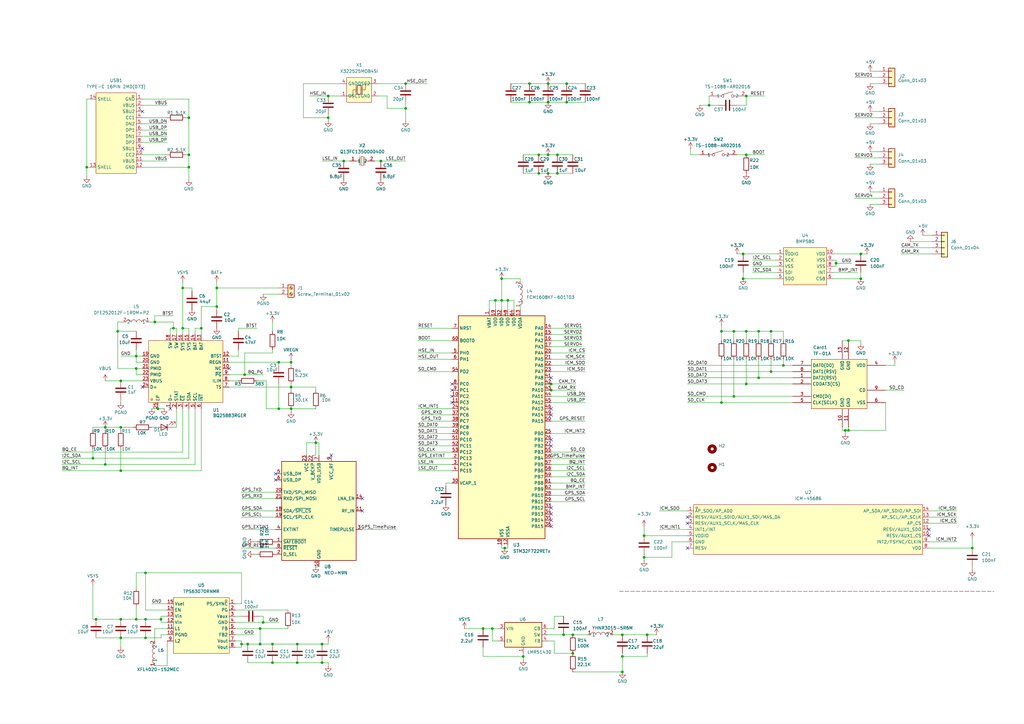
<source format=kicad_sch>
(kicad_sch (version 20250114) (generator "eeschema") (generator_version "9.0")
  (paper "A3")
  (lib_symbols
    (symbol "Connector:Screw_Terminal_01x02" (pin_names (offset 1.016) (hide yes))
      (property "Reference" "J" (at 0 2.54 0))
      (property "Value" "Screw_Terminal_01x02" (at 0 -5.08 0))
      (symbol "Screw_Terminal_01x02_1_1"
        (pin passive line (at -5.08 0 0) (length 3.81) (name "Pin_1") (number "1"))
        (pin passive line (at -5.08 -2.54 0) (length 3.81) (name "Pin_2") (number "2"))
      )
    )
    (symbol "Connector_Generic:Conn_01x03" (pin_names (offset 1.016) (hide yes))
      (property "Reference" "J" (at 0 5.08 0))
      (property "Value" "Conn_01x03" (at 0 -5.08 0))
      (symbol "Conn_01x03_1_1"
        (pin passive line (at -5.08 2.54 0) (length 3.81) (name "Pin_1") (number "1"))
        (pin passive line (at -5.08 0 0) (length 3.81) (name "Pin_2") (number "2"))
        (pin passive line (at -5.08 -2.54 0) (length 3.81) (name "Pin_3") (number "3"))
      )
    )
    (symbol "Connector_Generic:Conn_01x04" (pin_names (offset 1.016) (hide yes))
      (property "Reference" "J" (at 0 5.08 0))
      (property "Value" "Conn_01x04" (at 0 -7.62 0))
      (symbol "Conn_01x04_1_1"
        (pin passive line (at -5.08 2.54 0) (length 3.81) (name "Pin_1") (number "1"))
        (pin passive line (at -5.08 0 0) (length 3.81) (name "Pin_2") (number "2"))
        (pin passive line (at -5.08 -2.54 0) (length 3.81) (name "Pin_3") (number "3"))
        (pin passive line (at -5.08 -5.08 0) (length 3.81) (name "Pin_4") (number "4"))
      )
    )
    (symbol "Device:C" (pin_numbers (hide yes)) (pin_names (offset 0.254))
      (property "Reference" "C" (at 0.635 2.54 0))
      (property "Value" "C" (at 0.635 -2.54 0))
      (symbol "C_1_1"
        (pin passive line (at 0 3.81 270) (length 2.794) (name "~") (number "1"))
        (pin passive line (at 0 -3.81 90) (length 2.794) (name "~") (number "2"))
      )
    )
    (symbol "Device:LED" (pin_numbers (hide yes)) (pin_names (offset 1.016) (hide yes))
      (property "Reference" "D" (at 0 2.54 0))
      (property "Value" "LED" (at 0 -2.54 0))
      (symbol "LED_1_1"
        (pin passive line (at -3.81 0 0) (length 2.54) (name "K") (number "1"))
        (pin passive line (at 3.81 0 180) (length 2.54) (name "A") (number "2"))
      )
    )
    (symbol "Device:R" (pin_numbers (hide yes)) (pin_names (offset 0))
      (property "Reference" "R" (at 2.032 0 90))
      (property "Value" "R" (at 0 0 90))
      (symbol "R_1_1"
        (pin passive line (at 0 3.81 270) (length 1.27) (name "~") (number "1"))
        (pin passive line (at 0 -3.81 90) (length 1.27) (name "~") (number "2"))
      )
    )
    (symbol "MCU_ST_STM32F7:STM32F722RETx"
      (property "Reference" "U" (at -17.78 46.99 0))
      (property "Value" "STM32F722RETx" (at 10.16 46.99 0))
      (symbol "STM32F722RETx_1_1"
        (pin input line (at -20.32 40.64 0) (length 2.54) (name "NRST") (number "7"))
        (pin input line (at -20.32 35.56 0) (length 2.54) (name "BOOT0") (number "60"))
        (pin bidirectional line (at -20.32 30.48 0) (length 2.54) (name "PH0") (number "5"))
        (pin bidirectional line (at -20.32 27.94 0) (length 2.54) (name "PH1") (number "6"))
        (pin bidirectional line (at -20.32 22.86 0) (length 2.54) (name "PD2") (number "54"))
        (pin bidirectional line (at -20.32 17.78 0) (length 2.54) (name "PC0") (number "8"))
        (pin bidirectional line (at -20.32 15.24 0) (length 2.54) (name "PC1") (number "9"))
        (pin bidirectional line (at -20.32 12.7 0) (length 2.54) (name "PC2") (number "10"))
        (pin bidirectional line (at -20.32 10.16 0) (length 2.54) (name "PC3") (number "11"))
        (pin bidirectional line (at -20.32 7.62 0) (length 2.54) (name "PC4") (number "24"))
        (pin bidirectional line (at -20.32 5.08 0) (length 2.54) (name "PC6") (number "37"))
        (pin bidirectional line (at -20.32 2.54 0) (length 2.54) (name "PC7") (number "38"))
        (pin bidirectional line (at -20.32 0 0) (length 2.54) (name "PC8") (number "39"))
        (pin bidirectional line (at -20.32 -2.54 0) (length 2.54) (name "PC9") (number "40"))
        (pin bidirectional line (at -20.32 -5.08 0) (length 2.54) (name "PC10") (number "51"))
        (pin bidirectional line (at -20.32 -7.62 0) (length 2.54) (name "PC11") (number "52"))
        (pin bidirectional line (at -20.32 -10.16 0) (length 2.54) (name "PC12") (number "53"))
        (pin bidirectional line (at -20.32 -12.7 0) (length 2.54) (name "PC13") (number "2"))
        (pin bidirectional line (at -20.32 -15.24 0) (length 2.54) (name "PC14") (number "3"))
        (pin bidirectional line (at -20.32 -17.78 0) (length 2.54) (name "PC15") (number "4"))
        (pin power_out line (at -20.32 -22.86 0) (length 2.54) (name "VCAP_1") (number "30"))
        (pin power_in line (at -5.08 48.26 270) (length 2.54) (name "VBAT") (number "1"))
        (pin power_in line (at -2.54 48.26 270) (length 2.54) (name "VDD") (number "19"))
        (pin power_in line (at 0 48.26 270) (length 2.54) (name "VDD") (number "32"))
        (pin power_in line (at 0 -48.26 90) (length 2.54) (name "VSS") (number "18"))
        (pin passive line (at 0 -48.26 90) (length 2.54) (hide yes) (name "VSS") (number "31"))
        (pin passive line (at 0 -48.26 90) (length 2.54) (hide yes) (name "VSS") (number "47"))
        (pin passive line (at 0 -48.26 90) (length 2.54) (hide yes) (name "VSS") (number "63"))
        (pin power_in line (at 2.54 48.26 270) (length 2.54) (name "VDD") (number "48"))
        (pin power_in line (at 2.54 -48.26 90) (length 2.54) (name "VSSA") (number "12"))
        (pin power_in line (at 5.08 48.26 270) (length 2.54) (name "VDD") (number "64"))
        (pin power_in line (at 7.62 48.26 270) (length 2.54) (name "VDDA") (number "13"))
        (pin bidirectional line (at 20.32 40.64 180) (length 2.54) (name "PA0") (number "14"))
        (pin bidirectional line (at 20.32 38.1 180) (length 2.54) (name "PA1") (number "15"))
        (pin bidirectional line (at 20.32 35.56 180) (length 2.54) (name "PA2") (number "16"))
        (pin bidirectional line (at 20.32 33.02 180) (length 2.54) (name "PA3") (number "17"))
        (pin bidirectional line (at 20.32 30.48 180) (length 2.54) (name "PA4") (number "20"))
        (pin bidirectional line (at 20.32 27.94 180) (length 2.54) (name "PA5") (number "21"))
        (pin bidirectional line (at 20.32 25.4 180) (length 2.54) (name "PA6") (number "22"))
        (pin bidirectional line (at 20.32 22.86 180) (length 2.54) (name "PA7") (number "23"))
        (pin bidirectional line (at 20.32 20.32 180) (length 2.54) (name "PA8") (number "41"))
        (pin bidirectional line (at 20.32 17.78 180) (length 2.54) (name "PA9") (number "42"))
        (pin bidirectional line (at 20.32 15.24 180) (length 2.54) (name "PA10") (number "43"))
        (pin bidirectional line (at 20.32 12.7 180) (length 2.54) (name "PA11") (number "44"))
        (pin bidirectional line (at 20.32 10.16 180) (length 2.54) (name "PA12") (number "45"))
        (pin bidirectional line (at 20.32 7.62 180) (length 2.54) (name "PA13") (number "46"))
        (pin bidirectional line (at 20.32 5.08 180) (length 2.54) (name "PA14") (number "49"))
        (pin bidirectional line (at 20.32 2.54 180) (length 2.54) (name "PA15") (number "50"))
        (pin bidirectional line (at 20.32 -2.54 180) (length 2.54) (name "PB0") (number "25"))
        (pin bidirectional line (at 20.32 -5.08 180) (length 2.54) (name "PB1") (number "26"))
        (pin bidirectional line (at 20.32 -7.62 180) (length 2.54) (name "PB2") (number "27"))
        (pin bidirectional line (at 20.32 -10.16 180) (length 2.54) (name "PB3") (number "55"))
        (pin bidirectional line (at 20.32 -12.7 180) (length 2.54) (name "PB4") (number "56"))
        (pin bidirectional line (at 20.32 -15.24 180) (length 2.54) (name "PB5") (number "57"))
        (pin bidirectional line (at 20.32 -17.78 180) (length 2.54) (name "PB6") (number "58"))
        (pin bidirectional line (at 20.32 -20.32 180) (length 2.54) (name "PB7") (number "59"))
        (pin bidirectional line (at 20.32 -22.86 180) (length 2.54) (name "PB8") (number "61"))
        (pin bidirectional line (at 20.32 -25.4 180) (length 2.54) (name "PB9") (number "62"))
        (pin bidirectional line (at 20.32 -27.94 180) (length 2.54) (name "PB10") (number "28"))
        (pin bidirectional line (at 20.32 -30.48 180) (length 2.54) (name "PB11") (number "29"))
        (pin bidirectional line (at 20.32 -33.02 180) (length 2.54) (name "PB12") (number "33"))
        (pin bidirectional line (at 20.32 -35.56 180) (length 2.54) (name "PB13") (number "34"))
        (pin bidirectional line (at 20.32 -38.1 180) (length 2.54) (name "PB14") (number "35"))
        (pin bidirectional line (at 20.32 -40.64 180) (length 2.54) (name "PB15") (number "36"))
      )
    )
    (symbol "Mechanical:MountingHole" (pin_names (offset 1.016)) (in_bom no)
      (property "Reference" "H" (at 0 5.08 0))
      (property "Value" "MountingHole" (at 0 3.175 0))
    )
    (symbol "RF_GPS:NEO-M9N"
      (property "Reference" "U" (at -13.97 21.59 0))
      (property "Value" "NEO-M9N" (at 11.43 21.59 0))
      (symbol "NEO-M9N_1_1"
        (pin bidirectional line (at -17.78 15.24 0) (length 2.54) (name "USB_DM") (number "5"))
        (pin bidirectional line (at -17.78 12.7 0) (length 2.54) (name "USB_DP") (number "6"))
        (pin output line (at -17.78 7.62 0) (length 2.54) (name "TXD/SPI_MISO") (number "20"))
        (pin input line (at -17.78 5.08 0) (length 2.54) (name "RXD/SPI_MOSI") (number "21"))
        (pin bidirectional line (at -17.78 0 0) (length 2.54) (name "SDA/~{SPI_CS}") (number "18"))
        (pin input line (at -17.78 -2.54 0) (length 2.54) (name "SCL/SPI_CLK") (number "19"))
        (pin input line (at -17.78 -7.62 0) (length 2.54) (name "EXTINT") (number "4"))
        (pin input line (at -17.78 -12.7 0) (length 2.54) (name "~{SAFEBOOT}") (number "1"))
        (pin input line (at -17.78 -15.24 0) (length 2.54) (name "~{RESET}") (number "8"))
        (pin input line (at -17.78 -17.78 0) (length 2.54) (name "D_SEL") (number "2"))
        (pin power_in line (at -5.08 22.86 270) (length 2.54) (name "VCC") (number "23"))
        (pin power_in line (at -2.54 22.86 270) (length 2.54) (name "V_BCKP") (number "22"))
        (pin power_in line (at 0 22.86 270) (length 2.54) (name "VDD_USB") (number "7"))
        (pin power_in line (at 0 -22.86 90) (length 2.54) (name "GND") (number "10"))
        (pin passive line (at 0 -22.86 90) (length 2.54) (hide yes) (name "GND") (number "12"))
        (pin passive line (at 0 -22.86 90) (length 2.54) (hide yes) (name "GND") (number "13"))
        (pin passive line (at 0 -22.86 90) (length 2.54) (hide yes) (name "GND") (number "24"))
        (pin power_out line (at 5.08 22.86 270) (length 2.54) (name "VCC_RF") (number "9"))
        (pin no_connect line (at 15.24 -10.16 180) (length 2.54) (hide yes) (name "RESERVED") (number "15"))
        (pin no_connect line (at 15.24 -12.7 180) (length 2.54) (hide yes) (name "RESERVED") (number "16"))
        (pin no_connect line (at 15.24 -15.24 180) (length 2.54) (hide yes) (name "RESERVED") (number "17"))
        (pin output line (at 17.78 5.08 180) (length 2.54) (name "LNA_EN") (number "14"))
        (pin input line (at 17.78 0 180) (length 2.54) (name "RF_IN") (number "11"))
        (pin output line (at 17.78 -7.62 180) (length 2.54) (name "TIMEPULSE") (number "3"))
      )
    )
    (symbol "Regulator_Switching:LMR51430"
      (property "Reference" "U" (at -7.62 6.35 0))
      (property "Value" "LMR51430" (at 0 6.35 0))
      (symbol "LMR51430_1_1"
        (pin power_in line (at -10.16 2.54 0) (length 2.54) (name "VIN") (number "3"))
        (pin input line (at -10.16 -2.54 0) (length 2.54) (name "EN") (number "5"))
        (pin power_in line (at 0 -7.62 90) (length 2.54) (name "GND") (number "1"))
        (pin passive line (at 10.16 2.54 180) (length 2.54) (name "CB") (number "6"))
        (pin power_out line (at 10.16 0 180) (length 2.54) (name "SW") (number "2"))
        (pin input line (at 10.16 -2.54 180) (length 2.54) (name "FB") (number "4"))
      )
    )
    (symbol "lcsc:BMP580"
      (property "Reference" "U" (at 0 10.16 0))
      (property "Value" "BMP580" (at 0 -10.16 0))
      (symbol "BMP580_0_1"
        (pin unspecified line (at -11.43 5.08 0) (length 2.54) (name "VDDIO") (number "1"))
        (pin unspecified line (at -11.43 2.54 0) (length 2.54) (name "SCK") (number "2"))
        (pin unspecified line (at -11.43 0 0) (length 2.54) (name "VSS") (number "3"))
        (pin unspecified line (at -11.43 -2.54 0) (length 2.54) (name "SDI") (number "4"))
        (pin unspecified line (at -11.43 -5.08 0) (length 2.54) (name "SDO") (number "5"))
        (pin unspecified line (at 11.43 5.08 180) (length 2.54) (name "VDD") (number "10"))
        (pin unspecified line (at 11.43 2.54 180) (length 2.54) (name "VSS") (number "9"))
        (pin unspecified line (at 11.43 0 180) (length 2.54) (name "VSS") (number "8"))
        (pin unspecified line (at 11.43 -2.54 180) (length 2.54) (name "INT") (number "7"))
        (pin unspecified line (at 11.43 -5.08 180) (length 2.54) (name "CSB") (number "6"))
      )
    )
    (symbol "lcsc:BQ25883RGER"
      (property "Reference" "U" (at 0 22.86 0))
      (property "Value" "BQ25883RGER" (at 0 -22.86 0))
      (symbol "BQ25883RGER_0_1"
        (pin unspecified line (at -15.24 11.43 0) (length 2.54) (name "EP") (number "25"))
        (pin unspecified line (at -15.24 6.35 0) (length 2.54) (name "D-") (number "1"))
        (pin unspecified line (at -15.24 3.81 0) (length 2.54) (name "STAT") (number "2"))
        (pin unspecified line (at -15.24 1.27 0) (length 2.54) (name "~{CE}") (number "3"))
        (pin unspecified line (at -15.24 -1.27 0) (length 2.54) (name "SDA") (number "4"))
        (pin unspecified line (at -15.24 -3.81 0) (length 2.54) (name "SCL") (number "5"))
        (pin unspecified line (at -15.24 -6.35 0) (length 2.54) (name "~{INT}") (number "6"))
        (pin unspecified line (at -6.35 17.78 270) (length 2.54) (name "D+") (number "24"))
        (pin unspecified line (at -6.35 -17.78 90) (length 2.54) (name "TS") (number "7"))
        (pin unspecified line (at -3.81 17.78 270) (length 2.54) (name "VBUS") (number "23"))
        (pin unspecified line (at -3.81 -17.78 90) (length 2.54) (name "ILIM") (number "8"))
        (pin unspecified line (at -1.27 17.78 270) (length 2.54) (name "PMID") (number "22"))
        (pin unspecified line (at -1.27 -17.78 90) (length 2.54) (name "~{PG}") (number "9"))
        (pin unspecified line (at 1.27 17.78 270) (length 2.54) (name "PMID") (number "21"))
        (pin unspecified line (at 1.27 -17.78 90) (length 2.54) (name "NC") (number "10"))
        (pin unspecified line (at 3.81 17.78 270) (length 2.54) (name "GND") (number "20"))
        (pin unspecified line (at 3.81 -17.78 90) (length 2.54) (name "REGN") (number "11"))
        (pin unspecified line (at 6.35 17.78 270) (length 2.54) (name "GND") (number "19"))
        (pin unspecified line (at 6.35 -17.78 90) (length 2.54) (name "BTST") (number "12"))
        (pin unspecified line (at 15.24 6.35 180) (length 2.54) (name "SW") (number "18"))
        (pin unspecified line (at 15.24 3.81 180) (length 2.54) (name "SW") (number "17"))
        (pin unspecified line (at 15.24 1.27 180) (length 2.54) (name "SYS") (number "16"))
        (pin unspecified line (at 15.24 -1.27 180) (length 2.54) (name "SYS") (number "15"))
        (pin unspecified line (at 15.24 -3.81 180) (length 2.54) (name "BAT") (number "14"))
        (pin unspecified line (at 15.24 -6.35 180) (length 2.54) (name "BAT") (number "13"))
      )
    )
    (symbol "lcsc:DFE252012F-1R0M=P2"
      (property "Reference" "L" (at 0 5.08 0))
      (property "Value" "DFE252012F-1R0M=P2" (at 0 -5.08 0))
      (symbol "DFE252012F-1R0M=P2_0_1"
        (pin unspecified line (at -5.08 0 0) (length 0.762) (name "1") (number "1"))
        (pin unspecified line (at 5.08 0 180) (length 0.762) (name "2") (number "2"))
      )
    )
    (symbol "lcsc:FCM1608KF-601T03"
      (property "Reference" "L" (at 0 5.08 0))
      (property "Value" "FCM1608KF-601T03" (at 0 -5.08 0))
      (symbol "FCM1608KF-601T03_0_1"
        (pin unspecified line (at -5.08 0 0) (length 0.762) (name "1") (number "1"))
        (pin unspecified line (at 5.08 0 180) (length 0.762) (name "2") (number "2"))
      )
    )
    (symbol "lcsc:ICM-45686"
      (property "Reference" "U" (at 0 12.7 0))
      (property "Value" "ICM-45686" (at 0 -12.7 0))
      (symbol "ICM-45686_0_1"
        (pin unspecified line (at -49.53 7.62 0) (length 2.54) (name "AP_SDO/AP_AD0") (number "1"))
        (pin unspecified line (at -49.53 5.08 0) (length 2.54) (name "RESV/AUX1_SDIO/AUX1_SDI/MAS_DA") (number "2"))
        (pin unspecified line (at -49.53 2.54 0) (length 2.54) (name "RESV/AUX1_SCLK/MAS_CLK") (number "3"))
        (pin unspecified line (at -49.53 0 0) (length 2.54) (name "INT1/INT") (number "4"))
        (pin unspecified line (at -49.53 -2.54 0) (length 2.54) (name "VDDIO") (number "5"))
        (pin unspecified line (at -49.53 -5.08 0) (length 2.54) (name "GND") (number "6"))
        (pin unspecified line (at -49.53 -7.62 0) (length 2.54) (name "RESV") (number "7"))
        (pin unspecified line (at 49.53 7.62 180) (length 2.54) (name "AP_SDA/AP_SDIO/AP_SDI") (number "14"))
        (pin unspecified line (at 49.53 5.08 180) (length 2.54) (name "AP_SCL/AP_SCLK") (number "13"))
        (pin unspecified line (at 49.53 2.54 180) (length 2.54) (name "AP_CS") (number "12"))
        (pin unspecified line (at 49.53 0 180) (length 2.54) (name "RESV/AUX1_SDO") (number "11"))
        (pin unspecified line (at 49.53 -2.54 180) (length 2.54) (name "RESV/AUX1_CS") (number "10"))
        (pin unspecified line (at 49.53 -5.08 180) (length 2.54) (name "INT2/FSYNC/CLKIN") (number "9"))
        (pin unspecified line (at 49.53 -7.62 180) (length 2.54) (name "VDD") (number "8"))
      )
    )
    (symbol "lcsc:Q13FC1350000400"
      (property "Reference" "X" (at 0 5.08 0))
      (property "Value" "Q13FC1350000400" (at 0 -5.08 0))
      (symbol "Q13FC1350000400_0_1"
        (pin unspecified line (at -5.08 0 0) (length 2.54) (name "1") (number "1"))
        (pin unspecified line (at 5.08 0 180) (length 2.54) (name "2") (number "2"))
      )
    )
    (symbol "lcsc:TF-01A"
      (property "Reference" "Card" (at 0 22.86 0))
      (property "Value" "TF-01A" (at 0 -22.86 0))
      (symbol "TF-01A_0_1"
        (pin bidirectional line (at -19.05 7.62 0) (length 7.62) (name "DAT0(D0)") (number "7"))
        (pin bidirectional line (at -19.05 5.08 0) (length 7.62) (name "DAT1(RSV)") (number "8"))
        (pin bidirectional line (at -19.05 2.54 0) (length 7.62) (name "DAT2(RSV)") (number "1"))
        (pin bidirectional line (at -19.05 0 0) (length 7.62) (name "CDDAT3(CS)") (number "2"))
        (pin input line (at -19.05 -5.08 0) (length 7.62) (name "CMD(DI)") (number "3"))
        (pin input line (at -19.05 -7.62 0) (length 7.62) (name "CLK(SCLK)") (number "5"))
        (pin input line (at 1.27 17.78 270) (length 7.62) (name "GND") (number "13"))
        (pin input line (at 1.27 -17.78 90) (length 7.62) (name "GND") (number "10"))
        (pin input line (at 3.81 17.78 270) (length 7.62) (name "GND") (number "12"))
        (pin input line (at 3.81 -17.78 90) (length 7.62) (name "GND") (number "11"))
        (pin input line (at 19.05 7.62 180) (length 7.62) (name "VDD") (number "4"))
        (pin input line (at 19.05 -2.54 180) (length 7.62) (name "CD") (number "9"))
        (pin input line (at 19.05 -7.62 180) (length 7.62) (name "VSS") (number "6"))
      )
    )
    (symbol "lcsc:TPS63070RNMR"
      (property "Reference" "U" (at 0 13.97 0))
      (property "Value" "TPS63070RNMR" (at 0 -13.97 0))
      (symbol "TPS63070RNMR_0_1"
        (pin unspecified line (at -13.97 8.89 0) (length 2.54) (name "PS/SYNC") (number "1"))
        (pin unspecified line (at -13.97 6.35 0) (length 2.54) (name "PG") (number "2"))
        (pin unspecified line (at -13.97 3.81 0) (length 2.54) (name "Vaux") (number "3"))
        (pin unspecified line (at -13.97 1.27 0) (length 2.54) (name "GND") (number "4"))
        (pin unspecified line (at -13.97 -1.27 0) (length 2.54) (name "FB") (number "5"))
        (pin unspecified line (at -13.97 -3.81 0) (length 2.54) (name "FB2") (number "6"))
        (pin unspecified line (at -13.97 -6.35 0) (length 2.54) (name "Vout") (number "7"))
        (pin unspecified line (at -13.97 -8.89 0) (length 2.54) (name "Vout") (number "8"))
        (pin unspecified line (at 13.97 8.89 180) (length 2.54) (name "Vsel") (number "15"))
        (pin unspecified line (at 13.97 6.35 180) (length 2.54) (name "EN") (number "14"))
        (pin unspecified line (at 13.97 3.81 180) (length 2.54) (name "Vin") (number "13"))
        (pin unspecified line (at 13.97 1.27 180) (length 2.54) (name "Vin") (number "12"))
        (pin unspecified line (at 13.97 -1.27 180) (length 2.54) (name "L1") (number "11"))
        (pin unspecified line (at 13.97 -3.81 180) (length 2.54) (name "PGND") (number "10"))
        (pin unspecified line (at 13.97 -6.35 180) (length 2.54) (name "L2") (number "9"))
      )
    )
    (symbol "lcsc:TS-1088-AR02016"
      (property "Reference" "SW" (at 0 5.08 0))
      (property "Value" "TS-1088-AR02016" (at 0 -5.08 0))
      (symbol "TS-1088-AR02016_0_1"
        (pin unspecified line (at -7.62 0 0) (length 2.54) (name "1") (number "1"))
        (pin unspecified line (at 7.62 0 180) (length 2.54) (name "2") (number "2"))
      )
    )
    (symbol "lcsc:TYPE-C16PIN2MD(073)"
      (property "Reference" "USB" (at 0 19.05 0))
      (property "Value" "TYPE-C 16PIN 2MD(073)" (at 0 -19.05 0))
      (symbol "TYPE-C16PIN2MD(073)_0_1"
        (pin unspecified line (at -11.43 13.97 0) (length 2.54) (name "GND") (number "1"))
        (pin unspecified line (at -11.43 11.43 0) (length 2.54) (name "VBUS") (number "2"))
        (pin unspecified line (at -11.43 8.89 0) (length 2.54) (name "SBU2") (number "3"))
        (pin unspecified line (at -11.43 6.35 0) (length 2.54) (name "CC1") (number "4"))
        (pin unspecified line (at -11.43 3.81 0) (length 2.54) (name "DN2") (number "5"))
        (pin unspecified line (at -11.43 1.27 0) (length 2.54) (name "DP1") (number "6"))
        (pin unspecified line (at -11.43 -1.27 0) (length 2.54) (name "DN1") (number "7"))
        (pin unspecified line (at -11.43 -3.81 0) (length 2.54) (name "DP2") (number "8"))
        (pin unspecified line (at -11.43 -6.35 0) (length 2.54) (name "SBU1") (number "9"))
        (pin unspecified line (at -11.43 -8.89 0) (length 2.54) (name "CC2") (number "10"))
        (pin unspecified line (at -11.43 -11.43 0) (length 2.54) (name "VBUS") (number "11"))
        (pin unspecified line (at -11.43 -13.97 0) (length 2.54) (name "GND") (number "12"))
        (pin unspecified line (at 10.16 13.97 180) (length 2.54) (name "SHELL") (number "14"))
        (pin unspecified line (at 10.16 -13.97 180) (length 2.54) (name "SHELL") (number "13"))
      )
    )
    (symbol "lcsc:X322525MOB4SI"
      (property "Reference" "X" (at 0 7.62 0))
      (property "Value" "X322525MOB4SI" (at 0 -7.62 0))
      (symbol "X322525MOB4SI_0_1"
        (pin unspecified line (at -7.62 2.54 0) (length 2.54) (name "GND") (number "4"))
        (pin unspecified line (at -7.62 -2.54 0) (length 2.54) (name "OSC1") (number "1"))
        (pin unspecified line (at 7.62 2.54 180) (length 2.54) (name "OSC2") (number "3"))
        (pin unspecified line (at 7.62 -2.54 180) (length 2.54) (name "GND") (number "2"))
      )
    )
    (symbol "lcsc:XFL4020-152MEC"
      (property "Reference" "L" (at 0 5.08 0))
      (property "Value" "XFL4020-152MEC" (at 0 -5.08 0))
      (symbol "XFL4020-152MEC_0_1"
        (pin unspecified line (at -5.08 0 0) (length 1.016) (name "1") (number "1"))
        (pin unspecified line (at 5.08 0 180) (length 1.016) (name "2") (number "2"))
      )
    )
    (symbol "lcsc:YHNR3015-5R6M"
      (property "Reference" "L" (at 0 5.08 0))
      (property "Value" "YHNR3015-5R6M" (at 0 -5.08 0))
      (symbol "YHNR3015-5R6M_0_1"
        (pin unspecified line (at -5.08 0 0) (length 1.016) (name "1") (number "1"))
        (pin unspecified line (at 5.08 0 180) (length 1.016) (name "2") (number "2"))
      )
    )
    (symbol "power:+3.3V" (power) (pin_numbers (hide yes)) (pin_names (offset 0) (hide yes))
      (property "Value" "+3.3V" (at 0 3.556 0))
      (symbol "+3.3V_1_1"
        (pin power_in line (at 0 0 90) (length 0) (name "~") (number "1"))
      )
    )
    (symbol "power:+5V" (power) (pin_numbers (hide yes)) (pin_names (offset 0) (hide yes))
      (property "Value" "+5V" (at 0 3.556 0))
      (symbol "+5V_1_1"
        (pin power_in line (at 0 0 90) (length 0) (name "~") (number "1"))
      )
    )
    (symbol "power:GND" (power) (pin_numbers (hide yes)) (pin_names (offset 0) (hide yes))
      (property "Value" "GND" (at 0 -3.81 0))
      (symbol "GND_1_1"
        (pin power_in line (at 0 0 270) (length 0) (name "~") (number "1"))
      )
    )
    (symbol "power:GNDA" (power) (pin_numbers (hide yes)) (pin_names (offset 0) (hide yes))
      (property "Value" "GNDA" (at 0 -3.81 0))
      (symbol "GNDA_1_1"
        (pin power_in line (at 0 0 270) (length 0) (name "~") (number "1"))
      )
    )
    (symbol "power:VBUS" (power) (pin_numbers (hide yes)) (pin_names (offset 0) (hide yes))
      (property "Value" "VBUS" (at 0 3.556 0))
      (symbol "VBUS_1_1"
        (pin power_in line (at 0 0 90) (length 0) (name "~") (number "1"))
      )
    )
  )
  (junction (at 205.74 123.19))
  (junction (at 66.04 254))
  (junction (at 290.83 43.18))
  (junction (at 304.8 104.14))
  (junction (at 156.21 66.04))
  (junction (at 166.37 34.29))
  (junction (at 234.95 267.97))
  (junction (at 49.53 254))
  (junction (at 295.91 165.1))
  (junction (at 77.47 63.5))
  (junction (at 311.15 154.94))
  (junction (at 306.07 157.48))
  (junction (at 74.93 134.62))
  (junction (at 100.33 153.67))
  (junction (at 43.18 190.5))
  (junction (at 166.37 44.45))
  (junction (at 38.1 187.96))
  (junction (at 398.78 224.79))
  (junction (at 232.41 34.29))
  (junction (at 205.74 114.3))
  (junction (at 39.37 254))
  (junction (at 49.53 156.21))
  (junction (at 59.69 234.95))
  (junction (at 63.5 132.08))
  (junction (at 306.07 135.89))
  (junction (at 140.97 66.04))
  (junction (at 201.93 257.81))
  (junction (at 88.9 125.73))
  (junction (at 228.6 71.12))
  (junction (at 220.98 71.12))
  (junction (at 217.17 34.29))
  (junction (at 231.14 260.35))
  (junction (at 346.71 176.53))
  (junction (at 35.56 68.58))
  (junction (at 111.76 271.78))
  (junction (at 77.47 68.58))
  (junction (at 106.68 264.16))
  (junction (at 59.69 261.62))
  (junction (at 64.77 167.64))
  (junction (at 99.06 264.16))
  (junction (at 226.06 157.48))
  (junction (at 132.08 264.16))
  (junction (at 82.55 134.62))
  (junction (at 59.69 254))
  (junction (at 88.9 118.11))
  (junction (at 224.79 63.5))
  (junction (at 300.99 135.89))
  (junction (at 214.63 269.24))
  (junction (at 134.62 48.26))
  (junction (at 321.31 149.86))
  (junction (at 129.54 181.61))
  (junction (at 264.16 219.71))
  (junction (at 347.98 139.7))
  (junction (at 119.38 167.64))
  (junction (at 134.62 39.37))
  (junction (at 224.79 34.29))
  (junction (at 300.99 162.56))
  (junction (at 226.06 160.02))
  (junction (at 48.26 135.89))
  (junction (at 114.3 148.59))
  (junction (at 43.18 175.26))
  (junction (at 228.6 63.5))
  (junction (at 255.27 269.24))
  (junction (at 311.15 135.89))
  (junction (at 306.07 39.37))
  (junction (at 347.98 176.53))
  (junction (at 119.38 158.75))
  (junction (at 255.27 275.59))
  (junction (at 55.88 146.05))
  (junction (at 74.93 118.11))
  (junction (at 106.68 257.81))
  (junction (at 77.47 48.26))
  (junction (at 71.12 134.62))
  (junction (at 55.88 254))
  (junction (at 306.07 63.5))
  (junction (at 121.92 264.16))
  (junction (at 304.8 114.3))
  (junction (at 203.2 123.19))
  (junction (at 101.6 264.16))
  (junction (at 107.95 255.27))
  (junction (at 353.06 114.3))
  (junction (at 316.23 135.89))
  (junction (at 224.79 41.91))
  (junction (at 208.28 123.19))
  (junction (at 49.53 175.26))
  (junction (at 265.43 260.35))
  (junction (at 316.23 152.4))
  (junction (at 255.27 260.35))
  (junction (at 232.41 41.91))
  (junction (at 49.53 261.62))
  (junction (at 114.3 167.64))
  (junction (at 132.08 271.78))
  (junction (at 111.76 264.16))
  (junction (at 55.88 151.13))
  (junction (at 234.95 260.35))
  (junction (at 342.9 107.95))
  (junction (at 207.01 224.79))
  (junction (at 217.17 41.91))
  (junction (at 264.16 228.6))
  (junction (at 121.92 271.78))
  (junction (at 224.79 71.12))
  (junction (at 353.06 104.14))
  (junction (at 49.53 193.04))
  (junction (at 119.38 148.59))
  (junction (at 220.98 63.5))
  (junction (at 198.12 257.81))
  (junction (at 295.91 135.89))
  (no_connect (at 226.06 182.88))
  (no_connect (at 58.42 158.75))
  (no_connect (at 185.42 160.02))
  (no_connect (at 226.06 215.9))
  (no_connect (at 69.85 167.64))
  (no_connect (at 226.06 167.64))
  (no_connect (at 148.59 209.55))
  (no_connect (at 226.06 208.28))
  (no_connect (at 185.42 162.56))
  (no_connect (at 113.03 194.31))
  (no_connect (at 93.98 151.13))
  (no_connect (at 226.06 210.82))
  (no_connect (at 226.06 170.18))
  (no_connect (at 381 219.71))
  (no_connect (at 58.42 45.72))
  (no_connect (at 281.94 224.79))
  (no_connect (at 226.06 180.34))
  (no_connect (at 226.06 213.36))
  (no_connect (at 113.03 196.85))
  (no_connect (at 226.06 154.94))
  (no_connect (at 135.89 186.69))
  (no_connect (at 381 217.17))
  (no_connect (at 281.94 214.63))
  (no_connect (at 281.94 212.09))
  (no_connect (at 185.42 157.48))
  (no_connect (at 185.42 165.1))
  (no_connect (at 58.42 60.96))
  (no_connect (at 148.59 204.47))
  (wire (pts (xy 308.61 109.22) (xy 318.77 109.22)))
  (wire (pts (xy 35.56 68.58) (xy 36.83 68.58)))
  (wire (pts (xy 290.83 43.18) (xy 290.83 39.37)))
  (wire (pts (xy 171.45 177.8) (xy 185.42 177.8)))
  (wire (pts (xy 82.55 193.04) (xy 82.55 167.64)))
  (wire (pts (xy 185.42 172.72) (xy 172.72 172.72)))
  (wire (pts (xy 209.55 41.91) (xy 217.17 41.91)))
  (wire (pts (xy 316.23 147.32) (xy 316.23 152.4)))
  (wire (pts (xy 105.41 156.21) (xy 109.22 156.21)))
  (wire (pts (xy 398.78 233.68) (xy 398.78 232.41)))
  (wire (pts (xy 158.75 39.37) (xy 158.75 44.45)))
  (wire (pts (xy 114.3 255.27) (xy 107.95 255.27)))
  (wire (pts (xy 48.26 132.08) (xy 48.26 135.89)))
  (wire (pts (xy 134.62 48.26) (xy 134.62 46.99)))
  (wire (pts (xy 99.06 262.89) (xy 99.06 264.16)))
  (wire (pts (xy 295.91 133.35) (xy 295.91 135.89)))
  (wire (pts (xy 158.75 39.37) (xy 154.94 39.37)))
  (wire (pts (xy 321.31 139.7) (xy 321.31 135.89)))
  (wire (pts (xy 107.95 252.73) (xy 106.68 252.73)))
  (wire (pts (xy 240.03 149.86) (xy 226.06 149.86)))
  (wire (pts (xy 353.06 111.76) (xy 353.06 114.3)))
  (wire (pts (xy 99.06 264.16) (xy 99.06 265.43)))
  (wire (pts (xy 63.5 129.54) (xy 63.5 132.08)))
  (wire (pts (xy 224.79 262.89) (xy 227.33 262.89)))
  (wire (pts (xy 66.04 260.35) (xy 66.04 261.62)))
  (wire (pts (xy 392.43 212.09) (xy 381 212.09)))
  (wire (pts (xy 55.88 234.95) (xy 59.69 234.95)))
  (wire (pts (xy 25.4 187.96) (xy 38.1 187.96)))
  (wire (pts (xy 171.45 167.64) (xy 185.42 167.64)))
  (wire (pts (xy 228.6 63.5) (xy 234.95 63.5)))
  (wire (pts (xy 78.74 118.11) (xy 78.74 119.38)))
  (wire (pts (xy 158.75 44.45) (xy 166.37 44.45)))
  (wire (pts (xy 100.33 153.67) (xy 107.95 153.67)))
  (wire (pts (xy 205.74 114.3) (xy 213.36 114.3)))
  (wire (pts (xy 226.06 160.02) (xy 223.52 160.02)))
  (wire (pts (xy 224.79 41.91) (xy 232.41 41.91)))
  (wire (pts (xy 224.79 34.29) (xy 217.17 34.29)))
  (wire (pts (xy 99.06 265.43) (xy 96.52 265.43)))
  (wire (pts (xy 128.27 186.69) (xy 129.54 186.69)))
  (wire (pts (xy 316.23 135.89) (xy 316.23 139.7)))
  (wire (pts (xy 58.42 48.26) (xy 68.58 48.26)))
  (wire (pts (xy 36.83 40.64) (xy 35.56 40.64)))
  (wire (pts (xy 369.57 104.14) (xy 382.27 104.14)))
  (wire (pts (xy 198.12 265.43) (xy 198.12 269.24)))
  (wire (pts (xy 350.52 31.75) (xy 360.68 31.75)))
  (wire (pts (xy 264.16 215.9) (xy 264.16 219.71)))
  (wire (pts (xy 99.06 247.65) (xy 96.52 247.65)))
  (wire (pts (xy 132.08 66.04) (xy 140.97 66.04)))
  (wire (pts (xy 171.45 180.34) (xy 185.42 180.34)))
  (wire (pts (xy 99.06 212.09) (xy 113.03 212.09)))
  (wire (pts (xy 356.87 62.23) (xy 360.68 62.23)))
  (wire (pts (xy 38.1 187.96) (xy 77.47 187.96)))
  (wire (pts (xy 119.38 147.32) (xy 119.38 148.59)))
  (wire (pts (xy 306.07 43.18) (xy 302.26 43.18)))
  (wire (pts (xy 342.9 106.68) (xy 341.63 106.68)))
  (wire (pts (xy 97.79 134.62) (xy 97.79 135.89)))
  (wire (pts (xy 43.18 190.5) (xy 80.01 190.5)))
  (wire (pts (xy 48.26 151.13) (xy 55.88 151.13)))
  (wire (pts (xy 295.91 135.89) (xy 295.91 139.7)))
  (wire (pts (xy 55.88 143.51) (xy 55.88 146.05)))
  (wire (pts (xy 96.52 257.81) (xy 106.68 257.81)))
  (wire (pts (xy 214.63 267.97) (xy 214.63 269.24)))
  (wire (pts (xy 281.94 149.86) (xy 321.31 149.86)))
  (wire (pts (xy 321.31 147.32) (xy 321.31 149.86)))
  (wire (pts (xy 69.85 134.62) (xy 71.12 134.62)))
  (wire (pts (xy 236.22 160.02) (xy 226.06 160.02)))
  (wire (pts (xy 171.45 185.42) (xy 185.42 185.42)))
  (wire (pts (xy 240.03 147.32) (xy 226.06 147.32)))
  (wire (pts (xy 171.45 190.5) (xy 185.42 190.5)))
  (wire (pts (xy 49.53 165.1) (xy 49.53 163.83)))
  (wire (pts (xy 264.16 228.6) (xy 264.16 227.33)))
  (wire (pts (xy 398.78 220.98) (xy 398.78 224.79)))
  (wire (pts (xy 281.94 222.25) (xy 275.59 222.25)))
  (wire (pts (xy 139.7 34.29) (xy 124.46 34.29)))
  (wire (pts (xy 111.76 264.16) (xy 121.92 264.16)))
  (wire (pts (xy 48.26 135.89) (xy 55.88 135.89)))
  (wire (pts (xy 74.93 134.62) (xy 74.93 137.16)))
  (wire (pts (xy 96.52 262.89) (xy 99.06 262.89)))
  (wire (pts (xy 240.03 185.42) (xy 226.06 185.42)))
  (wire (pts (xy 300.99 135.89) (xy 306.07 135.89)))
  (wire (pts (xy 140.97 66.04) (xy 143.51 66.04)))
  (wire (pts (xy 350.52 81.28) (xy 360.68 81.28)))
  (wire (pts (xy 171.45 175.26) (xy 185.42 175.26)))
  (wire (pts (xy 356.87 29.21) (xy 360.68 29.21)))
  (wire (pts (xy 96.52 255.27) (xy 107.95 255.27)))
  (wire (pts (xy 308.61 106.68) (xy 318.77 106.68)))
  (wire (pts (xy 100.33 144.78) (xy 100.33 153.67)))
  (wire (pts (xy 238.76 139.7) (xy 226.06 139.7)))
  (wire (pts (xy 203.2 123.19) (xy 205.74 123.19)))
  (wire (pts (xy 308.61 111.76) (xy 318.77 111.76)))
  (wire (pts (xy 341.63 109.22) (xy 342.9 109.22)))
  (wire (pts (xy 129.54 158.75) (xy 129.54 160.02)))
  (wire (pts (xy 77.47 40.64) (xy 77.47 48.26)))
  (wire (pts (xy 134.62 49.53) (xy 134.62 48.26)))
  (wire (pts (xy 347.98 175.26) (xy 347.98 176.53)))
  (wire (pts (xy 363.22 165.1) (xy 363.22 176.53)))
  (wire (pts (xy 214.63 269.24) (xy 214.63 270.51)))
  (wire (pts (xy 345.44 139.7) (xy 347.98 139.7)))
  (wire (pts (xy 35.56 40.64) (xy 35.56 68.58)))
  (wire (pts (xy 71.12 132.08) (xy 71.12 134.62)))
  (wire (pts (xy 99.06 204.47) (xy 113.03 204.47)))
  (wire (pts (xy 270.51 209.55) (xy 281.94 209.55)))
  (wire (pts (xy 69.85 137.16) (xy 69.85 134.62)))
  (wire (pts (xy 49.53 175.26) (xy 49.53 176.53)))
  (wire (pts (xy 93.98 148.59) (xy 114.3 148.59)))
  (wire (pts (xy 341.63 114.3) (xy 353.06 114.3)))
  (wire (pts (xy 311.15 135.89) (xy 316.23 135.89)))
  (wire (pts (xy 114.3 120.65) (xy 107.95 120.65)))
  (wire (pts (xy 205.74 123.19) (xy 208.28 123.19)))
  (wire (pts (xy 104.14 222.25) (xy 105.41 222.25)))
  (wire (pts (xy 66.04 252.73) (xy 68.58 252.73)))
  (wire (pts (xy 240.03 177.8) (xy 226.06 177.8)))
  (wire (pts (xy 281.94 165.1) (xy 295.91 165.1)))
  (wire (pts (xy 49.53 146.05) (xy 55.88 146.05)))
  (wire (pts (xy 346.71 176.53) (xy 346.71 177.8)))
  (wire (pts (xy 353.06 139.7) (xy 347.98 139.7)))
  (wire (pts (xy 226.06 157.48) (xy 223.52 157.48)))
  (wire (pts (xy 156.21 66.04) (xy 153.67 66.04)))
  (wire (pts (xy 240.03 203.2) (xy 226.06 203.2)))
  (wire (pts (xy 106.68 257.81) (xy 106.68 264.16)))
  (wire (pts (xy 49.53 156.21) (xy 58.42 156.21)))
  (wire (pts (xy 88.9 127) (xy 88.9 125.73)))
  (wire (pts (xy 275.59 228.6) (xy 264.16 228.6)))
  (wire (pts (xy 74.93 118.11) (xy 74.93 134.62)))
  (wire (pts (xy 58.42 148.59) (xy 55.88 148.59)))
  (wire (pts (xy 88.9 115.57) (xy 88.9 118.11)))
  (wire (pts (xy 130.81 181.61) (xy 129.54 181.61)))
  (wire (pts (xy 77.47 73.66) (xy 77.47 68.58)))
  (wire (pts (xy 80.01 190.5) (xy 80.01 167.64)))
  (wire (pts (xy 287.02 43.18) (xy 290.83 43.18)))
  (wire (pts (xy 214.63 71.12) (xy 220.98 71.12)))
  (wire (pts (xy 129.54 186.69) (xy 129.54 181.61)))
  (wire (pts (xy 171.45 193.04) (xy 185.42 193.04)))
  (wire (pts (xy 283.21 60.96) (xy 283.21 63.5)))
  (wire (pts (xy 129.54 181.61) (xy 125.73 181.61)))
  (wire (pts (xy 106.68 264.16) (xy 111.76 264.16)))
  (wire (pts (xy 306.07 157.48) (xy 325.12 157.48)))
  (wire (pts (xy 68.58 262.89) (xy 68.58 273.05)))
  (wire (pts (xy 373.38 99.06) (xy 382.27 99.06)))
  (wire (pts (xy 234.95 275.59) (xy 255.27 275.59)))
  (wire (pts (xy 99.06 217.17) (xy 113.03 217.17)))
  (wire (pts (xy 106.68 257.81) (xy 118.11 257.81)))
  (wire (pts (xy 234.95 260.35) (xy 241.3 260.35)))
  (wire (pts (xy 185.42 170.18) (xy 172.72 170.18)))
  (wire (pts (xy 63.5 175.26) (xy 62.23 175.26)))
  (wire (pts (xy 74.93 185.42) (xy 74.93 167.64)))
  (wire (pts (xy 240.03 198.12) (xy 226.06 198.12)))
  (wire (pts (xy 58.42 153.67) (xy 55.88 153.67)))
  (wire (pts (xy 171.45 147.32) (xy 185.42 147.32)))
  (wire (pts (xy 134.62 264.16) (xy 132.08 264.16)))
  (wire (pts (xy 251.46 260.35) (xy 255.27 260.35)))
  (wire (pts (xy 76.2 63.5) (xy 77.47 63.5)))
  (wire (pts (xy 208.28 224.79) (xy 207.01 224.79)))
  (wire (pts (xy 356.87 83.82) (xy 360.68 83.82)))
  (wire (pts (xy 255.27 269.24) (xy 255.27 275.59)))
  (wire (pts (xy 204.47 262.89) (xy 201.93 262.89)))
  (wire (pts (xy 48.26 132.08) (xy 50.8 132.08)))
  (wire (pts (xy 304.8 111.76) (xy 304.8 114.3)))
  (wire (pts (xy 35.56 68.58) (xy 35.56 72.39)))
  (wire (pts (xy 356.87 45.72) (xy 360.68 45.72)))
  (wire (pts (xy 59.69 261.62) (xy 66.04 261.62)))
  (wire (pts (xy 210.82 127) (xy 210.82 123.19)))
  (wire (pts (xy 38.1 254) (xy 39.37 254)))
  (wire (pts (xy 220.98 63.5) (xy 224.79 63.5)))
  (wire (pts (xy 171.45 134.62) (xy 185.42 134.62)))
  (wire (pts (xy 392.43 214.63) (xy 381 214.63)))
  (wire (pts (xy 350.52 64.77) (xy 360.68 64.77)))
  (wire (pts (xy 240.03 195.58) (xy 226.06 195.58)))
  (wire (pts (xy 93.98 146.05) (xy 97.79 146.05)))
  (wire (pts (xy 58.42 63.5) (xy 68.58 63.5)))
  (wire (pts (xy 99.06 264.16) (xy 101.6 264.16)))
  (wire (pts (xy 306.07 147.32) (xy 306.07 157.48)))
  (wire (pts (xy 58.42 40.64) (xy 77.47 40.64)))
  (wire (pts (xy 156.21 66.04) (xy 166.37 66.04)))
  (wire (pts (xy 77.47 68.58) (xy 58.42 68.58)))
  (wire (pts (xy 72.39 134.62) (xy 72.39 137.16)))
  (wire (pts (xy 68.58 58.42) (xy 58.42 58.42)))
  (wire (pts (xy 101.6 264.16) (xy 106.68 264.16)))
  (wire (pts (xy 109.22 167.64) (xy 114.3 167.64)))
  (wire (pts (xy 300.99 147.32) (xy 300.99 162.56)))
  (wire (pts (xy 240.03 152.4) (xy 226.06 152.4)))
  (wire (pts (xy 240.03 172.72) (xy 226.06 172.72)))
  (wire (pts (xy 60.96 132.08) (xy 63.5 132.08)))
  (wire (pts (xy 224.79 63.5) (xy 228.6 63.5)))
  (wire (pts (xy 38.1 240.03) (xy 38.1 254)))
  (wire (pts (xy 349.25 107.95) (xy 342.9 107.95)))
  (wire (pts (xy 55.88 146.05) (xy 58.42 146.05)))
  (wire (pts (xy 114.3 149.86) (xy 114.3 148.59)))
  (wire (pts (xy 25.4 193.04) (xy 49.53 193.04)))
  (wire (pts (xy 224.79 260.35) (xy 231.14 260.35)))
  (wire (pts (xy 200.66 127) (xy 200.66 123.19)))
  (wire (pts (xy 166.37 44.45) (xy 166.37 49.53)))
  (wire (pts (xy 124.46 48.26) (xy 134.62 48.26)))
  (wire (pts (xy 227.33 267.97) (xy 234.95 267.97)))
  (wire (pts (xy 281.94 162.56) (xy 300.99 162.56)))
  (wire (pts (xy 171.45 144.78) (xy 185.42 144.78)))
  (wire (pts (xy 63.5 257.81) (xy 63.5 262.89)))
  (wire (pts (xy 104.14 227.33) (xy 105.41 227.33)))
  (wire (pts (xy 240.03 162.56) (xy 226.06 162.56)))
  (wire (pts (xy 306.07 39.37) (xy 313.69 39.37)))
  (wire (pts (xy 111.76 144.78) (xy 111.76 143.51)))
  (wire (pts (xy 171.45 152.4) (xy 185.42 152.4)))
  (wire (pts (xy 134.62 271.78) (xy 132.08 271.78)))
  (wire (pts (xy 227.33 252.73) (xy 227.33 257.81)))
  (wire (pts (xy 356.87 78.74) (xy 360.68 78.74)))
  (wire (pts (xy 201.93 257.81) (xy 204.47 257.81)))
  (wire (pts (xy 302.26 104.14) (xy 304.8 104.14)))
  (wire (pts (xy 311.15 147.32) (xy 311.15 154.94)))
  (wire (pts (xy 55.88 248.92) (xy 55.88 254)))
  (wire (pts (xy 111.76 271.78) (xy 121.92 271.78)))
  (wire (pts (xy 97.79 146.05) (xy 97.79 143.51)))
  (wire (pts (xy 342.9 107.95) (xy 342.9 106.68)))
  (wire (pts (xy 48.26 135.89) (xy 48.26 151.13)))
  (wire (pts (xy 82.55 134.62) (xy 82.55 137.16)))
  (wire (pts (xy 171.45 187.96) (xy 185.42 187.96)))
  (wire (pts (xy 190.5 257.81) (xy 198.12 257.81)))
  (wire (pts (xy 68.58 273.05) (xy 63.5 273.05)))
  (wire (pts (xy 59.69 250.19) (xy 59.69 234.95)))
  (wire (pts (xy 119.38 160.02) (xy 119.38 158.75)))
  (wire (pts (xy 347.98 176.53) (xy 346.71 176.53)))
  (wire (pts (xy 77.47 48.26) (xy 77.47 63.5)))
  (wire (pts (xy 134.62 39.37) (xy 139.7 39.37)))
  (wire (pts (xy 203.2 123.19) (xy 203.2 127)))
  (wire (pts (xy 76.2 48.26) (xy 77.47 48.26)))
  (wire (pts (xy 38.1 175.26) (xy 38.1 176.53)))
  (wire (pts (xy 77.47 187.96) (xy 77.47 167.64)))
  (wire (pts (xy 281.94 152.4) (xy 316.23 152.4)))
  (wire (pts (xy 311.15 154.94) (xy 325.12 154.94)))
  (wire (pts (xy 238.76 142.24) (xy 226.06 142.24)))
  (wire (pts (xy 55.88 241.3) (xy 55.88 234.95)))
  (wire (pts (xy 255.27 267.97) (xy 255.27 269.24)))
  (wire (pts (xy 294.64 43.18) (xy 290.83 43.18)))
  (wire (pts (xy 175.26 34.29) (xy 166.37 34.29)))
  (wire (pts (xy 124.46 34.29) (xy 124.46 48.26)))
  (wire (pts (xy 59.69 254) (xy 66.04 254)))
  (wire (pts (xy 240.03 187.96) (xy 226.06 187.96)))
  (wire (pts (xy 217.17 34.29) (xy 209.55 34.29)))
  (wire (pts (xy 55.88 153.67) (xy 55.88 151.13)))
  (wire (pts (xy 43.18 156.21) (xy 49.53 156.21)))
  (wire (pts (xy 214.63 63.5) (xy 220.98 63.5)))
  (wire (pts (xy 306.07 39.37) (xy 306.07 43.18)))
  (wire (pts (xy 99.06 224.79) (xy 113.03 224.79)))
  (wire (pts (xy 356.87 50.8) (xy 360.68 50.8)))
  (wire (pts (xy 255.27 269.24) (xy 265.43 269.24)))
  (wire (pts (xy 205.74 224.79) (xy 207.01 224.79)))
  (wire (pts (xy 213.36 125.73) (xy 213.36 127)))
  (wire (pts (xy 306.07 63.5) (xy 313.69 63.5)))
  (wire (pts (xy 119.38 148.59) (xy 119.38 149.86)))
  (wire (pts (xy 171.45 182.88) (xy 185.42 182.88)))
  (wire (pts (xy 240.03 190.5) (xy 226.06 190.5)))
  (wire (pts (xy 306.07 135.89) (xy 311.15 135.89)))
  (wire (pts (xy 269.24 260.35) (xy 265.43 260.35)))
  (wire (pts (xy 55.88 254) (xy 59.69 254)))
  (wire (pts (xy 93.98 158.75) (xy 119.38 158.75)))
  (wire (pts (xy 38.1 175.26) (xy 43.18 175.26)))
  (wire (pts (xy 316.23 152.4) (xy 325.12 152.4)))
  (wire (pts (xy 105.41 134.62) (xy 97.79 134.62)))
  (wire (pts (xy 205.74 123.19) (xy 205.74 127)))
  (wire (pts (xy 295.91 135.89) (xy 300.99 135.89)))
  (wire (pts (xy 264.16 229.87) (xy 264.16 228.6)))
  (wire (pts (xy 39.37 254) (xy 49.53 254)))
  (wire (pts (xy 82.55 125.73) (xy 82.55 134.62)))
  (wire (pts (xy 114.3 167.64) (xy 119.38 167.64)))
  (wire (pts (xy 392.43 222.25) (xy 381 222.25)))
  (wire (pts (xy 302.26 63.5) (xy 306.07 63.5)))
  (wire (pts (xy 367.03 148.59) (xy 367.03 149.86)))
  (wire (pts (xy 39.37 261.62) (xy 49.53 261.62)))
  (wire (pts (xy 62.23 167.64) (xy 64.77 167.64)))
  (wire (pts (xy 49.53 254) (xy 55.88 254)))
  (wire (pts (xy 134.62 262.89) (xy 134.62 264.16)))
  (wire (pts (xy 208.28 223.52) (xy 208.28 224.79)))
  (wire (pts (xy 208.28 123.19) (xy 208.28 127)))
  (wire (pts (xy 66.04 255.27) (xy 66.04 254)))
  (wire (pts (xy 100.33 153.67) (xy 93.98 153.67)))
  (wire (pts (xy 182.88 199.39) (xy 182.88 198.12)))
  (wire (pts (xy 300.99 135.89) (xy 300.99 139.7)))
  (wire (pts (xy 63.5 132.08) (xy 71.12 132.08)))
  (wire (pts (xy 71.12 129.54) (xy 63.5 129.54)))
  (wire (pts (xy 198.12 269.24) (xy 214.63 269.24)))
  (wire (pts (xy 342.9 109.22) (xy 342.9 107.95)))
  (wire (pts (xy 265.43 269.24) (xy 265.43 267.97)))
  (wire (pts (xy 101.6 271.78) (xy 111.76 271.78)))
  (wire (pts (xy 304.8 114.3) (xy 318.77 114.3)))
  (wire (pts (xy 356.87 34.29) (xy 360.68 34.29)))
  (wire (pts (xy 119.38 158.75) (xy 129.54 158.75)))
  (wire (pts (xy 97.79 156.21) (xy 93.98 156.21)))
  (wire (pts (xy 201.93 257.81) (xy 201.93 262.89)))
  (wire (pts (xy 350.52 48.26) (xy 360.68 48.26)))
  (wire (pts (xy 220.98 71.12) (xy 224.79 71.12)))
  (wire (pts (xy 99.06 209.55) (xy 113.03 209.55)))
  (wire (pts (xy 228.6 71.12) (xy 234.95 71.12)))
  (wire (pts (xy 119.38 167.64) (xy 129.54 167.64)))
  (wire (pts (xy 224.79 71.12) (xy 228.6 71.12)))
  (wire (pts (xy 226.06 144.78) (xy 240.03 144.78)))
  (wire (pts (xy 345.44 176.53) (xy 346.71 176.53)))
  (wire (pts (xy 311.15 135.89) (xy 311.15 139.7)))
  (wire (pts (xy 231.14 252.73) (xy 227.33 252.73)))
  (wire (pts (xy 72.39 175.26) (xy 71.12 175.26)))
  (wire (pts (xy 306.07 135.89) (xy 306.07 139.7)))
  (wire (pts (xy 49.53 184.15) (xy 49.53 193.04)))
  (wire (pts (xy 74.93 115.57) (xy 74.93 118.11)))
  (wire (pts (xy 78.74 118.11) (xy 74.93 118.11)))
  (wire (pts (xy 71.12 134.62) (xy 72.39 134.62)))
  (wire (pts (xy 111.76 144.78) (xy 100.33 144.78)))
  (wire (pts (xy 88.9 125.73) (xy 82.55 125.73)))
  (wire (pts (xy 25.4 185.42) (xy 74.93 185.42)))
  (wire (pts (xy 367.03 149.86) (xy 363.22 149.86)))
  (wire (pts (xy 62.23 247.65) (xy 68.58 247.65)))
  (wire (pts (xy 300.99 162.56) (xy 325.12 162.56)))
  (wire (pts (xy 240.03 205.74) (xy 226.06 205.74)))
  (polyline (pts (xy 254 242.57) (xy 407.67 242.57)) (stroke (width 0) (type dash) (color 132 0 0 1)))
  (wire (pts (xy 109.22 156.21) (xy 109.22 167.64)))
  (wire (pts (xy 363.22 176.53) (xy 347.98 176.53)))
  (wire (pts (xy 64.77 167.64) (xy 67.31 167.64)))
  (wire (pts (xy 200.66 123.19) (xy 203.2 123.19)))
  (wire (pts (xy 80.01 137.16) (xy 80.01 134.62)))
  (wire (pts (xy 107.95 252.73) (xy 107.95 255.27)))
  (wire (pts (xy 264.16 219.71) (xy 281.94 219.71)))
  (wire (pts (xy 68.58 55.88) (xy 58.42 55.88)))
  (wire (pts (xy 356.87 67.31) (xy 360.68 67.31)))
  (wire (pts (xy 96.52 250.19) (xy 118.11 250.19)))
  (wire (pts (xy 43.18 184.15) (xy 43.18 190.5)))
  (wire (pts (xy 119.38 157.48) (xy 119.38 158.75)))
  (wire (pts (xy 55.88 146.05) (xy 55.88 148.59)))
  (wire (pts (xy 72.39 167.64) (xy 72.39 175.26)))
  (wire (pts (xy 224.79 34.29) (xy 232.41 34.29)))
  (wire (pts (xy 231.14 260.35) (xy 234.95 260.35)))
  (wire (pts (xy 240.03 165.1) (xy 226.06 165.1)))
  (wire (pts (xy 125.73 181.61) (xy 125.73 186.69)))
  (wire (pts (xy 49.53 261.62) (xy 59.69 261.62)))
  (wire (pts (xy 121.92 264.16) (xy 132.08 264.16)))
  (wire (pts (xy 49.53 193.04) (xy 82.55 193.04)))
  (wire (pts (xy 38.1 184.15) (xy 38.1 187.96)))
  (wire (pts (xy 121.92 271.78) (xy 132.08 271.78)))
  (wire (pts (xy 295.91 165.1) (xy 325.12 165.1)))
  (wire (pts (xy 68.58 43.18) (xy 58.42 43.18)))
  (wire (pts (xy 119.38 167.64) (xy 119.38 168.91)))
  (wire (pts (xy 217.17 41.91) (xy 224.79 41.91)))
  (wire (pts (xy 88.9 118.11) (xy 114.3 118.11)))
  (wire (pts (xy 232.41 41.91) (xy 240.03 41.91)))
  (wire (pts (xy 77.47 63.5) (xy 77.47 68.58)))
  (wire (pts (xy 111.76 132.08) (xy 111.76 135.89)))
  (wire (pts (xy 80.01 134.62) (xy 82.55 134.62)))
  (wire (pts (xy 130.81 186.69) (xy 130.81 181.61)))
  (wire (pts (xy 96.52 260.35) (xy 104.14 260.35)))
  (wire (pts (xy 370.84 160.02) (xy 363.22 160.02)))
  (wire (pts (xy 238.76 137.16) (xy 226.06 137.16)))
  (wire (pts (xy 283.21 63.5) (xy 287.02 63.5)))
  (wire (pts (xy 392.43 209.55) (xy 381 209.55)))
  (wire (pts (xy 55.88 151.13) (xy 58.42 151.13)))
  (wire (pts (xy 66.04 260.35) (xy 68.58 260.35)))
  (wire (pts (xy 205.74 114.3) (xy 205.74 123.19)))
  (wire (pts (xy 68.58 66.04) (xy 58.42 66.04)))
  (wire (pts (xy 166.37 44.45) (xy 166.37 41.91)))
  (wire (pts (xy 227.33 262.89) (xy 227.33 267.97)))
  (wire (pts (xy 341.63 104.14) (xy 353.06 104.14)))
  (wire (pts (xy 275.59 222.25) (xy 275.59 228.6)))
  (wire (pts (xy 77.47 137.16) (xy 77.47 134.62)))
  (wire (pts (xy 369.57 101.6) (xy 382.27 101.6)))
  (wire (pts (xy 68.58 250.19) (xy 59.69 250.19)))
  (wire (pts (xy 238.76 134.62) (xy 226.06 134.62)))
  (wire (pts (xy 114.3 157.48) (xy 114.3 167.64)))
  (wire (pts (xy 316.23 135.89) (xy 321.31 135.89)))
  (wire (pts (xy 25.4 190.5) (xy 43.18 190.5)))
  (wire (pts (xy 304.8 104.14) (xy 318.77 104.14)))
  (wire (pts (xy 236.22 157.48) (xy 226.06 157.48)))
  (wire (pts (xy 134.62 273.05) (xy 134.62 271.78)))
  (wire (pts (xy 68.58 53.34) (xy 58.42 53.34)))
  (wire (pts (xy 345.44 175.26) (xy 345.44 176.53)))
  (wire (pts (xy 49.53 175.26) (xy 43.18 175.26)))
  (wire (pts (xy 171.45 139.7) (xy 185.42 139.7)))
  (wire (pts (xy 114.3 148.59) (xy 119.38 148.59)))
  (wire (pts (xy 182.88 198.12) (xy 185.42 198.12)))
  (wire (pts (xy 378.46 96.52) (xy 382.27 96.52)))
  (wire (pts (xy 68.58 257.81) (xy 63.5 257.81)))
  (wire (pts (xy 49.53 175.26) (xy 54.61 175.26)))
  (wire (pts (xy 68.58 50.8) (xy 58.42 50.8)))
  (wire (pts (xy 88.9 118.11) (xy 88.9 125.73)))
  (wire (pts (xy 381 224.79) (xy 398.78 224.79)))
  (wire (pts (xy 99.06 201.93) (xy 113.03 201.93)))
  (wire (pts (xy 59.69 234.95) (xy 99.06 234.95)))
  (wire (pts (xy 270.51 217.17) (xy 281.94 217.17)))
  (wire (pts (xy 281.94 154.94) (xy 311.15 154.94)))
  (wire (pts (xy 240.03 193.04) (xy 226.06 193.04)))
  (wire (pts (xy 162.56 217.17) (xy 148.59 217.17)))
  (wire (pts (xy 353.06 140.97) (xy 353.06 139.7)))
  (wire (pts (xy 355.6 104.14) (xy 353.06 104.14)))
  (wire (pts (xy 198.12 257.81) (xy 201.93 257.81)))
  (wire (pts (xy 154.94 34.29) (xy 166.37 34.29)))
  (wire (pts (xy 127 39.37) (xy 134.62 39.37)))
  (wire (pts (xy 281.94 157.48) (xy 306.07 157.48)))
  (wire (pts (xy 129.54 232.41) (xy 130.81 232.41)))
  (wire (pts (xy 295.91 147.32) (xy 295.91 165.1)))
  (wire (pts (xy 240.03 34.29) (xy 232.41 34.29)))
  (wire (pts (xy 99.06 234.95) (xy 99.06 247.65)))
  (wire (pts (xy 351.79 111.76) (xy 341.63 111.76)))
  (wire (pts (xy 210.82 123.19) (xy 208.28 123.19)))
  (wire (pts (xy 96.52 252.73) (xy 99.06 252.73)))
  (wire (pts (xy 255.27 260.35) (xy 265.43 260.35)))
  (wire (pts (xy 77.47 134.62) (xy 74.93 134.62)))
  (wire (pts (xy 43.18 175.26) (xy 43.18 176.53)))
  (wire (pts (xy 240.03 200.66) (xy 226.06 200.66)))
  (wire (pts (xy 227.33 257.81) (xy 224.79 257.81)))
  (wire (pts (xy 68.58 255.27) (xy 66.04 255.27)))
  (wire (pts (xy 213.36 114.3) (xy 213.36 115.57)))
  (wire (pts (xy 66.04 254) (xy 66.04 252.73)))
  (wire (pts (xy 49.53 261.62) (xy 49.53 265.43)))
  (wire (pts (xy 205.74 223.52) (xy 205.74 224.79)))
  (wire (pts (xy 321.31 149.86) (xy 325.12 149.86)))
  (label "SD_DAT1" (at 281.94 152.4 0))
  (label "ICM_CS" (at 240.03 144.78 180))
  (label "ICM_SCK" (at 392.43 212.09 180))
  (label "I2C_SCL" (at 25.4 190.5 0))
  (label "USB_DP" (at 68.58 58.42 180))
  (label "SD_DAT0" (at 171.45 175.26 0))
  (label "CAM_RX" (at 369.57 104.14 0))
  (label "LSE_IN" (at 171.45 190.5 0))
  (label "SD_CMD" (at 281.94 162.56 0))
  (label "BQ_CE" (at 25.4 185.42 0))
  (label "BQ_PG" (at 107.95 153.67 180))
  (label "GPS_TimePulse" (at 240.03 187.96 180))
  (label "USB_DP" (at 68.58 53.34 180))
  (label "GPS_EXTINT" (at 171.45 187.96 0))
  (label "GND" (at 114.3 255.27 180))
  (label "GND" (at 308.61 109.22 0))
  (label "GND" (at 349.25 107.95 180))
  (label "GPS_TXD" (at 172.72 172.72 0))
  (label "LSE_OUT" (at 171.45 193.04 0))
  (label "ICM_INT2" (at 240.03 177.8 180))
  (label "ICM_SCK" (at 240.03 147.32 180))
  (label "GPS_RESET" (at 240.03 172.72 180))
  (label "VBUS" (at 68.58 66.04 180))
  (label "GPS_SCL" (at 99.06 212.09 0))
  (label "ICM_INT1" (at 171.45 167.64 0))
  (label "BTST" (at 71.12 129.54 180))
  (label "BOOT" (at 171.45 139.7 0))
  (label "BOOT" (at 313.69 63.5 180))
  (label "BTST" (at 105.41 134.62 180))
  (label "SERVO2" (at 238.76 137.16 180))
  (label "I2C_SDA" (at 25.4 187.96 0))
  (label "SERVO2" (at 350.52 48.26 0))
  (label "HSE_IN" (at 127 39.37 0))
  (label "ICM_CS" (at 392.43 214.63 180))
  (label "VBUS" (at 68.58 43.18 180))
  (label "BQ_INT" (at 25.4 193.04 0))
  (label "USB_DN" (at 68.58 55.88 180))
  (label "SD_DAT2" (at 281.94 154.94 0))
  (label "SD_CD" (at 370.84 160.02 180))
  (label "SERVO3" (at 238.76 139.7 180))
  (label "GND" (at 62.23 247.65 0))
  (label "LSE_OUT" (at 166.37 66.04 180))
  (label "GPS_SCL" (at 240.03 205.74 180))
  (label "ICM_SDO" (at 270.51 209.55 0))
  (label "RESET" (at 313.69 39.37 180))
  (label "GND" (at 104.14 260.35 180))
  (label "BMP_INT" (at 240.03 200.66 180))
  (label "GPS_EXTINT" (at 99.06 217.17 0))
  (label "SERVO1" (at 350.52 31.75 0))
  (label "ICM_INT1" (at 270.51 217.17 0))
  (label "GND" (at 49.53 146.05 0))
  (label "GPS_TimePulse" (at 162.56 217.17 180))
  (label "SD_CD" (at 240.03 185.42 180))
  (label "I2C_SCL" (at 308.61 106.68 0))
  (label "ICM_SDI" (at 240.03 152.4 180))
  (label "SERVO4" (at 350.52 81.28 0))
  (label "BQ_CE" (at 240.03 198.12 180))
  (label "I2C_SCL" (at 240.03 193.04 180))
  (label "LSE_IN" (at 132.08 66.04 0))
  (label "I2C_SDA" (at 308.61 111.76 0))
  (label "ICM_SDI" (at 392.43 209.55 180))
  (label "SD_CLK" (at 171.45 185.42 0))
  (label "GPS_SDA" (at 240.03 203.2 180))
  (label "SD_CLK" (at 281.94 165.1 0))
  (label "SD_DAT0" (at 281.94 149.86 0))
  (label "SD_DAT3" (at 171.45 182.88 0))
  (label "BMP_INT" (at 351.79 111.76 180))
  (label "SD_DAT3" (at 281.94 157.48 0))
  (label "GPS_TXD" (at 99.06 201.93 0))
  (label "SERVO3" (at 350.52 64.77 0))
  (label "BQ_INT" (at 240.03 190.5 180))
  (label "I2C_SDA" (at 240.03 195.58 180))
  (label "ICM_INT2" (at 392.43 222.25 180))
  (label "SERVO1" (at 238.76 134.62 180))
  (label "SD_CMD" (at 171.45 152.4 0))
  (label "RESET" (at 171.45 134.62 0))
  (label "SD_DAT1" (at 171.45 177.8 0))
  (label "HSE_IN" (at 171.45 144.78 0))
  (label "HSE_OUT" (at 171.45 147.32 0))
  (label "HSE_OUT" (at 175.26 34.29 180))
  (label "GPS_SDA" (at 99.06 209.55 0))
  (label "USB_DN" (at 240.03 162.56 180))
  (label "CAM_TX" (at 369.57 101.6 0))
  (label "USB_DP" (at 240.03 165.1 180))
  (label "GPS_RXD" (at 99.06 204.47 0))
  (label "SERVO4" (at 238.76 142.24 180))
  (label "CAM_TX" (at 236.22 157.48 180))
  (label "GPS_RESET" (at 99.06 224.79 0))
  (label "ICM_SDO" (at 240.03 149.86 180))
  (label "SD_DAT2" (at 171.45 180.34 0))
  (label "CAM_RX" (at 236.22 160.02 180))
  (label "GPS_RXD" (at 172.72 170.18 0))
  (label "USB_DN" (at 68.58 50.8 180))
  (symbol (lib_id "power:GND") (at 264.16 229.87 0) (unit 1)
    (property "Reference" "#PWR029" (effects (hide yes)))
    (property "Value" "GND" (at 264.16 233.68 0))
    (property "Description" "Power symbol creates a global label with name \"GND\" , ground" (effects (hide yes)))
  )
  (symbol (lib_id "Device:C") (at 234.95 67.31 0) (mirror y) (unit 1)
    (property "Reference" "C31" (at 239.268 65.278 0) (effects (justify left)))
    (property "Value" "10uF" (at 240.538 69.85 0) (effects (justify left)))
    (property "Footprint" "Capacitor_SMD:C_0402_1005Metric" (effects (hide yes)))
    (property "Description" "Unpolarized capacitor" (effects (hide yes)))
  )
  (symbol (lib_id "Device:C") (at 49.53 160.02 0) (unit 1)
    (property "Reference" "C1" (at 52.324 158.75 0) (effects (justify left)))
    (property "Value" "1uF" (at 52.324 160.782 0) (effects (justify left)))
    (property "Footprint" "Capacitor_SMD:C_0402_1005Metric" (effects (hide yes)))
    (property "Description" "Unpolarized capacitor" (effects (hide yes)))
  )
  (symbol (lib_id "power:VBUS") (at 43.18 156.21 0) (unit 1)
    (property "Reference" "#PWR05" (effects (hide yes)))
    (property "Value" "VBUS" (at 43.18 151.13 0))
    (property "Description" "Power symbol creates a global label with name \"VBUS\"" (effects (hide yes)))
  )
  (symbol (lib_id "Device:C") (at 232.41 38.1 0) (mirror y) (unit 1)
    (property "Reference" "C24" (at 236.728 36.068 0) (effects (justify left)))
    (property "Value" "100nF" (at 238.76 40.64 0) (effects (justify left)))
    (property "Footprint" "Capacitor_SMD:C_0201_0603Metric" (effects (hide yes)))
    (property "Description" "Unpolarized capacitor" (effects (hide yes)))
  )
  (symbol (lib_id "power:+3.3V") (at 269.24 260.35 0) (unit 1)
    (property "Reference" "#PWR022" (effects (hide yes)))
    (property "Value" "+3.3V" (at 269.24 256.794 0))
    (property "Description" "Power symbol creates a global label with name \"+3.3V\"" (effects (hide yes)))
  )
  (symbol (lib_id "Device:C") (at 134.62 43.18 0) (unit 1)
    (property "Reference" "C33" (at 129.794 41.148 0) (effects (justify left)))
    (property "Value" "20pF" (at 129.286 45.72 0) (effects (justify left)))
    (property "Footprint" "Capacitor_SMD:C_0201_0603Metric" (effects (hide yes)))
    (property "Description" "Unpolarized capacitor" (effects (hide yes)))
  )
  (symbol (lib_id "Device:C") (at 156.21 69.85 0) (mirror y) (unit 1)
    (property "Reference" "C36" (at 161.036 67.818 0) (effects (justify left)))
    (property "Value" "6.8pF" (at 162.306 72.39 0) (effects (justify left)))
    (property "Footprint" "Capacitor_SMD:C_0201_0603Metric" (effects (hide yes)))
    (property "Description" "Unpolarized capacitor" (effects (hide yes)))
  )
  (symbol (lib_id "Device:R") (at 109.22 222.25 270) (unit 1)
    (property "Reference" "R23" (at 107.442 217.932 0))
    (property "Value" "10K" (at 109.474 217.932 0))
    (property "Footprint" "Resistor_SMD:R_0201_0603Metric" (effects (hide yes)))
    (property "Description" "Resistor" (effects (hide yes)))
  )
  (symbol (lib_id "power:GND") (at 214.63 270.51 0) (unit 1)
    (property "Reference" "#PWR019" (effects (hide yes)))
    (property "Value" "GND" (at 214.63 274.32 0))
    (property "Description" "Power symbol creates a global label with name \"GND\" , ground" (effects (hide yes)))
  )
  (symbol (lib_id "Device:C") (at 255.27 264.16 0) (unit 1)
    (property "Reference" "C17" (at 257.556 262.89 0) (effects (justify left)))
    (property "Value" "22uF" (at 257.556 265.43 0) (effects (justify left)))
    (property "Footprint" "Capacitor_SMD:C_0402_1005Metric" (effects (hide yes)))
    (property "Description" "Unpolarized capacitor" (effects (hide yes)))
  )
  (symbol (lib_id "Device:R") (at 295.91 143.51 180) (unit 1)
    (property "Reference" "R21" (at 298.45 139.954 0))
    (property "Value" "10K" (at 298.45 147.066 0))
    (property "Footprint" "Resistor_SMD:R_0201_0603Metric" (effects (hide yes)))
    (property "Description" "Resistor" (effects (hide yes)))
  )
  (symbol (lib_id "lcsc:TPS63070RNMR") (at 82.55 256.54 0) (mirror y) (unit 1)
    (property "Reference" "U5" (at 82.55 240.03 0))
    (property "Value" "TPS63070RNMR" (at 82.55 242.57 0))
    (property "Footprint" "lcsc:VQFN-HR-15_L3.0-W2.5-P0.50-BL_TPS63070RNMR" (effects (hide yes)))
    (property "Datasheet" "https://lcsc.com/product-detail/DC-DC-Converters_TI_TPS63070RNMR_TPS63070RNMR_C109322.html" (effects (hide yes)))
    (property "LCSC Part" "C109322" (effects (hide yes)))
  )
  (symbol (lib_id "power:+3.3V") (at 43.18 175.26 0) (unit 1)
    (property "Reference" "#PWR012" (effects (hide yes)))
    (property "Value" "+3.3V" (at 43.18 171.704 0))
    (property "Description" "Power symbol creates a global label with name \"+3.3V\"" (effects (hide yes)))
  )
  (symbol (lib_id "power:+3.3V") (at 111.76 132.08 0) (unit 1)
    (property "Reference" "#PWR010" (effects (hide yes)))
    (property "Value" "+3.3V" (at 111.76 128.524 0))
    (property "Description" "Power symbol creates a global label with name \"+3.3V\"" (effects (hide yes)))
  )
  (symbol (lib_id "power:+3.3V") (at 295.91 133.35 0) (unit 1)
    (property "Reference" "#PWR039" (effects (hide yes)))
    (property "Value" "+3.3V" (at 295.91 129.794 0))
    (property "Description" "Power symbol creates a global label with name \"+3.3V\"" (effects (hide yes)))
  )
  (symbol (lib_id "power:+3.3V") (at 398.78 220.98 0) (unit 1)
    (property "Reference" "#PWR027" (effects (hide yes)))
    (property "Value" "+3.3V" (at 398.78 215.9 0))
    (property "Description" "Power symbol creates a global label with name \"+3.3V\"" (effects (hide yes)))
  )
  (symbol (lib_id "Device:C") (at 265.43 264.16 0) (unit 1)
    (property "Reference" "C18" (at 267.716 262.89 0) (effects (justify left)))
    (property "Value" "22uF" (at 267.716 265.43 0) (effects (justify left)))
    (property "Footprint" "Capacitor_SMD:C_0402_1005Metric" (effects (hide yes)))
    (property "Description" "Unpolarized capacitor" (effects (hide yes)))
  )
  (symbol (lib_id "Device:C") (at 353.06 107.95 0) (unit 1)
    (property "Reference" "C20" (at 356.87 106.6799 0) (effects (justify left)))
    (property "Value" "100nF" (at 356.87 109.2199 0) (effects (justify left)))
    (property "Footprint" "Capacitor_SMD:C_0201_0603Metric" (effects (hide yes)))
    (property "Description" "Unpolarized capacitor" (effects (hide yes)))
  )
  (symbol (lib_id "power:GND") (at 306.07 71.12 0) (unit 1)
    (property "Reference" "#PWR047" (effects (hide yes)))
    (property "Value" "GND" (at 306.07 74.93 0))
    (property "Description" "Power symbol creates a global label with name \"GND\" , ground" (effects (hide yes)))
  )
  (symbol (lib_id "Device:C") (at 264.16 223.52 0) (unit 1)
    (property "Reference" "C22" (at 267.97 222.2499 0) (effects (justify left)))
    (property "Value" "100nF" (at 267.97 224.7899 0) (effects (justify left)))
    (property "Footprint" "Capacitor_SMD:C_0201_0603Metric" (effects (hide yes)))
    (property "Description" "Unpolarized capacitor" (effects (hide yes)))
  )
  (symbol (lib_id "power:GND") (at 346.71 177.8 0) (unit 1)
    (property "Reference" "#PWR031" (effects (hide yes)))
    (property "Value" "GND" (at 346.71 181.61 0))
    (property "Description" "Power symbol creates a global label with name \"GND\" , ground" (effects (hide yes)))
  )
  (symbol (lib_id "Device:R") (at 109.22 227.33 270) (unit 1)
    (property "Reference" "R24" (at 107.442 223.012 0))
    (property "Value" "10K" (at 109.474 223.012 0))
    (property "Footprint" "Resistor_SMD:R_0201_0603Metric" (effects (hide yes)))
    (property "Description" "Resistor" (effects (hide yes)))
  )
  (symbol (lib_id "power:GND") (at 287.02 43.18 0) (unit 1)
    (property "Reference" "#PWR046" (effects (hide yes)))
    (property "Value" "GND" (at 287.02 46.99 0))
    (property "Description" "Power symbol creates a global label with name \"GND\" , ground" (effects (hide yes)))
  )
  (symbol (lib_id "power:+3.3V") (at 190.5 257.81 0) (unit 1)
    (property "Reference" "#PWR020" (effects (hide yes)))
    (property "Value" "VSYS" (at 190.5 254 0))
    (property "Description" "Power symbol creates a global label with name \"+3.3V\"" (effects (hide yes)))
  )
  (symbol (lib_id "power:GND") (at 49.53 265.43 0) (unit 1)
    (property "Reference" "#PWR017" (effects (hide yes)))
    (property "Value" "GND" (at 49.53 269.24 0))
    (property "Description" "Power symbol creates a global label with name \"GND\" , ground" (effects (hide yes)))
  )
  (symbol (lib_id "Connector:Screw_Terminal_01x02") (at 119.38 118.11 0) (unit 1)
    (property "Reference" "J1" (at 121.92 118.1099 0) (effects (justify left)))
    (property "Value" "Screw_Terminal_01x02" (at 121.92 120.6499 0) (effects (justify left)))
    (property "Footprint" "TerminalBlock:TerminalBlock_Xinya_XY308-2.54-2P_1x02_P2.54mm_Horizontal" (effects (hide yes)))
    (property "Description" "Generic screw terminal, single row, 01x02, script generated (kicad-library-utils/schlib/autogen/connector/)" (effects (hide yes)))
  )
  (symbol (lib_id "Device:C") (at 102.87 252.73 90) (unit 1)
    (property "Reference" "C14" (at 100.076 246.888 90) (effects (justify right)))
    (property "Value" "100nF" (at 100.076 248.92 90) (effects (justify right)))
    (property "Footprint" "Capacitor_SMD:C_0201_0603Metric" (effects (hide yes)))
    (property "Description" "Unpolarized capacitor" (effects (hide yes)))
  )
  (symbol (lib_id "Device:C") (at 114.3 153.67 0) (unit 1)
    (property "Reference" "C3" (at 110.744 149.86 0) (effects (justify left)))
    (property "Value" "10uF" (at 109.22 151.638 0) (effects (justify left)))
    (property "Footprint" "Capacitor_SMD:C_0402_1005Metric" (effects (hide yes)))
    (property "Description" "Unpolarized capacitor" (effects (hide yes)))
  )
  (symbol (lib_id "Device:C") (at 182.88 203.2 0) (mirror y) (unit 1)
    (property "Reference" "C32" (at 182.118 200.66 0) (effects (justify left)))
    (property "Value" "2.2uF" (at 182.118 205.994 0) (effects (justify left)))
    (property "Footprint" "Capacitor_SMD:C_0201_0603Metric" (effects (hide yes)))
    (property "Description" "Unpolarized capacitor" (effects (hide yes)))
  )
  (symbol (lib_id "Device:R") (at 306.07 143.51 180) (unit 1)
    (property "Reference" "R19" (at 308.61 139.954 0))
    (property "Value" "10K" (at 308.61 147.066 0))
    (property "Footprint" "Resistor_SMD:R_0201_0603Metric" (effects (hide yes)))
    (property "Description" "Resistor" (effects (hide yes)))
  )
  (symbol (lib_id "Device:C") (at 240.03 38.1 0) (mirror y) (unit 1)
    (property "Reference" "C23" (at 244.348 36.068 0) (effects (justify left)))
    (property "Value" "100nF" (at 246.38 40.64 0) (effects (justify left)))
    (property "Footprint" "Capacitor_SMD:C_0201_0603Metric" (effects (hide yes)))
    (property "Description" "Unpolarized capacitor" (effects (hide yes)))
  )
  (symbol (lib_id "Device:R") (at 316.23 143.51 180) (unit 1)
    (property "Reference" "R17" (at 318.77 139.954 0))
    (property "Value" "10K" (at 318.77 147.066 0))
    (property "Footprint" "Resistor_SMD:R_0201_0603Metric" (effects (hide yes)))
    (property "Description" "Resistor" (effects (hide yes)))
  )
  (symbol (lib_id "power:+5V") (at 356.87 78.74 0) (unit 1)
    (property "Reference" "#PWR056" (effects (hide yes)))
    (property "Value" "+5V" (at 356.87 74.93 0))
    (property "Description" "Power symbol creates a global label with name \"+5V\"" (effects (hide yes)))
  )
  (symbol (lib_id "power:GND") (at 356.87 50.8 0) (unit 1)
    (property "Reference" "#PWR053" (effects (hide yes)))
    (property "Value" "GND" (at 356.87 54.61 0))
    (property "Description" "Power symbol creates a global label with name \"GND\" , ground" (effects (hide yes)))
  )
  (symbol (lib_id "RF_GPS:NEO-M9N") (at 130.81 209.55 0) (unit 1)
    (property "Reference" "U8" (at 132.9533 232.41 0) (effects (justify left)))
    (property "Value" "NEO-M9N" (at 132.9533 234.95 0) (effects (justify left)))
    (property "Footprint" "RF_GPS:ublox_NEO" (effects (hide yes)))
    (property "Datasheet" "https://www.u-blox.com/sites/default/files/NEO-M9N-00B_DataSheet_UBX-19014285.pdf" (effects (hide yes)))
    (property "Description" "GNSS Module NEO M8, VCC 2.7V to 3.6V" (effects (hide yes)))
  )
  (symbol (lib_id "power:+3.3V") (at 302.26 104.14 0) (unit 1)
    (property "Reference" "#PWR023" (effects (hide yes)))
    (property "Value" "+3.3V" (at 302.26 100.584 0))
    (property "Description" "Power symbol creates a global label with name \"+3.3V\"" (effects (hide yes)))
  )
  (symbol (lib_id "lcsc:XFL4020-152MEC") (at 63.5 267.97 90) (unit 1)
    (property "Reference" "L6" (at 64.77 266.6999 90) (effects (justify right)))
    (property "Value" "XFL4020-152MEC" (at 56.134 274.574 90) (effects (justify right)))
    (property "Footprint" "lcsc:IND-SMD_L4.0-W4.0-A" (effects (hide yes)))
    (property "LCSC Part" "C3033018" (effects (hide yes)))
  )
  (symbol (lib_id "Device:C") (at 217.17 38.1 0) (mirror y) (unit 1)
    (property "Reference" "C26" (at 221.488 36.068 0) (effects (justify left)))
    (property "Value" "100nF" (at 223.52 40.64 0) (effects (justify left)))
    (property "Footprint" "Capacitor_SMD:C_0201_0603Metric" (effects (hide yes)))
    (property "Description" "Unpolarized capacitor" (effects (hide yes)))
  )
  (symbol (lib_id "power:GND") (at 373.38 99.06 0) (mirror x) (unit 1)
    (property "Reference" "#PWR062" (effects (hide yes)))
    (property "Value" "GND" (at 373.38 95.25 0))
    (property "Description" "Power symbol creates a global label with name \"GND\" , ground" (effects (hide yes)))
  )
  (symbol (lib_id "Device:C") (at 88.9 130.81 0) (unit 1)
    (property "Reference" "C2" (at 91.694 129.032 0) (effects (justify left)))
    (property "Value" "10uF" (at 91.948 131.318 0) (effects (justify left)))
    (property "Footprint" "Capacitor_SMD:C_0603_1608Metric" (effects (hide yes)))
    (property "Description" "Unpolarized capacitor" (effects (hide yes)))
  )
  (symbol (lib_id "Device:C") (at 140.97 69.85 0) (unit 1)
    (property "Reference" "C35" (at 136.144 67.818 0) (effects (justify left)))
    (property "Value" "6.8pF" (at 135.128 72.39 0) (effects (justify left)))
    (property "Footprint" "Capacitor_SMD:C_0201_0603Metric" (effects (hide yes)))
    (property "Description" "Unpolarized capacitor" (effects (hide yes)))
  )
  (symbol (lib_id "Device:R") (at 311.15 143.51 180) (unit 1)
    (property "Reference" "R18" (at 313.69 139.954 0))
    (property "Value" "10K" (at 313.69 147.066 0))
    (property "Footprint" "Resistor_SMD:R_0201_0603Metric" (effects (hide yes)))
    (property "Description" "Resistor" (effects (hide yes)))
  )
  (symbol (lib_id "Device:C") (at 198.12 261.62 0) (mirror y) (unit 1)
    (property "Reference" "C16" (at 194.31 260.3499 0) (effects (justify left)))
    (property "Value" "2.2uF" (at 194.31 262.8899 0) (effects (justify left)))
    (property "Footprint" "Capacitor_SMD:C_0603_1608Metric" (effects (hide yes)))
    (property "Description" "Unpolarized capacitor" (effects (hide yes)))
  )
  (symbol (lib_id "Connector_Generic:Conn_01x03") (at 365.76 31.75 0) (unit 1)
    (property "Reference" "J2" (at 368.808 31.242 0) (effects (justify left)))
    (property "Value" "Conn_01x03" (at 368.3 33.0199 0) (effects (justify left)))
    (property "Footprint" "Connector_PinHeader_2.54mm:PinHeader_1x03_P2.54mm_Vertical" (effects (hide yes)))
    (property "Description" "Generic connector, single row, 01x03, script generated (kicad-library-utils/schlib/autogen/connector/)" (effects (hide yes)))
  )
  (symbol (lib_id "Device:C") (at 209.55 38.1 0) (mirror y) (unit 1)
    (property "Reference" "C27" (at 213.868 36.068 0) (effects (justify left)))
    (property "Value" "100nF" (at 215.9 40.64 0) (effects (justify left)))
    (property "Footprint" "Capacitor_SMD:C_0201_0603Metric" (effects (hide yes)))
    (property "Description" "Unpolarized capacitor" (effects (hide yes)))
  )
  (symbol (lib_id "lcsc:TS-1088-AR02016") (at 298.45 39.37 0) (unit 1)
    (property "Reference" "SW1" (at 298.45 33.02 0))
    (property "Value" "TS-1088-AR02016" (at 298.45 35.56 0))
    (property "Footprint" "lcsc:SW-SMD_L3.9-W3.0-P4.45" (effects (hide yes)))
    (property "Datasheet" "https://lcsc.com/product-detail/Tactile-Switches_XUNPU-TS-1088-AR02016_C720477.html" (effects (hide yes)))
    (property "LCSC Part" "C720477" (effects (hide yes)))
  )
  (symbol (lib_id "power:GND") (at 304.8 114.3 0) (unit 1)
    (property "Reference" "#PWR025" (effects (hide yes)))
    (property "Value" "GND" (at 304.8 118.11 0))
    (property "Description" "Power symbol creates a global label with name \"GND\" , ground" (effects (hide yes)))
  )
  (symbol (lib_id "power:+5V") (at 378.46 96.52 0) (unit 1)
    (property "Reference" "#PWR063" (effects (hide yes)))
    (property "Value" "+5V" (at 378.46 92.71 0))
    (property "Description" "Power symbol creates a global label with name \"+5V\"" (effects (hide yes)))
  )
  (symbol (lib_id "power:GND") (at 356.87 34.29 0) (unit 1)
    (property "Reference" "#PWR052" (effects (hide yes)))
    (property "Value" "GND" (at 356.87 38.1 0))
    (property "Description" "Power symbol creates a global label with name \"GND\" , ground" (effects (hide yes)))
  )
  (symbol (lib_id "power:GND") (at 35.56 72.39 0) (unit 1)
    (property "Reference" "#PWR01" (effects (hide yes)))
    (property "Value" "GND" (at 35.56 76.2 0))
    (property "Description" "Power symbol creates a global label with name \"GND\" , ground" (effects (hide yes)))
  )
  (symbol (lib_id "power:GND") (at 207.01 224.79 0) (unit 1)
    (property "Reference" "#PWR040" (effects (hide yes)))
    (property "Value" "GND" (at 207.01 228.6 0))
    (property "Description" "Power symbol creates a global label with name \"GND\" , ground" (effects (hide yes)))
  )
  (symbol (lib_id "lcsc:Q13FC1350000400") (at 148.59 66.04 0) (unit 1)
    (property "Reference" "X2" (at 148.59 59.69 0))
    (property "Value" "Q13FC1350000400" (at 148.59 62.23 0))
    (property "Footprint" "lcsc:FC-135R_L3.2-W1.5" (effects (hide yes)))
    (property "Datasheet" "https://lcsc.com/product-detail/SMD-Crystals_EPSON_Q13FC1350000400_32-768KHz-20ppm-12-5pF_C32346.html" (effects (hide yes)))
    (property "LCSC Part" "C32346" (effects (hide yes)))
  )
  (symbol (lib_id "Device:R") (at 300.99 143.51 180) (unit 1)
    (property "Reference" "R20" (at 303.53 139.954 0))
    (property "Value" "10K" (at 303.53 147.066 0))
    (property "Footprint" "Resistor_SMD:R_0201_0603Metric" (effects (hide yes)))
    (property "Description" "Resistor" (effects (hide yes)))
  )
  (symbol (lib_id "lcsc:DFE252012F-1R0M=P2") (at 55.88 132.08 180) (unit 1)
    (property "Reference" "L5" (at 55.88 125.73 0))
    (property "Value" "DFE252012F-1R0M=P2" (at 49.784 128.27 0))
    (property "Footprint" "lcsc:L2520" (effects (hide yes)))
    (property "Datasheet" "https://lcsc.com/product-detail/Inductors-SMD_Murata-Electronics-DFE252012F-1R0M-P2_C435392.html" (effects (hide yes)))
    (property "LCSC Part" "C435392" (effects (hide yes)))
  )
  (symbol (lib_id "Device:R") (at 234.95 271.78 180) (unit 1)
    (property "Reference" "R15" (at 238.76 270.256 0))
    (property "Value" "22.1K" (at 239.522 272.542 0))
    (property "Footprint" "Resistor_SMD:R_0402_1005Metric" (effects (hide yes)))
    (property "Description" "Resistor" (effects (hide yes)))
  )
  (symbol (lib_id "power:GNDA") (at 49.53 165.1 0) (unit 1)
    (property "Reference" "#PWR07" (effects (hide yes)))
    (property "Value" "PGND" (at 49.53 169.164 0))
    (property "Description" "Power symbol creates a global label with name \"GNDA\" , analog ground" (effects (hide yes)))
  )
  (symbol (lib_id "power:GND") (at 77.47 73.66 0) (unit 1)
    (property "Reference" "#PWR02" (effects (hide yes)))
    (property "Value" "GND" (at 77.47 77.47 0))
    (property "Description" "Power symbol creates a global label with name \"GND\" , ground" (effects (hide yes)))
  )
  (symbol (lib_id "power:GND") (at 224.79 41.91 0) (unit 1)
    (property "Reference" "#PWR036" (effects (hide yes)))
    (property "Value" "GND" (at 224.79 45.72 0))
    (property "Description" "Power symbol creates a global label with name \"GND\" , ground" (effects (hide yes)))
  )
  (symbol (lib_id "Device:C") (at 224.79 38.1 0) (mirror y) (unit 1)
    (property "Reference" "C25" (at 229.108 36.068 0) (effects (justify left)))
    (property "Value" "100nF" (at 231.14 40.64 0) (effects (justify left)))
    (property "Footprint" "Capacitor_SMD:C_0201_0603Metric" (effects (hide yes)))
    (property "Description" "Unpolarized capacitor" (effects (hide yes)))
  )
  (symbol (lib_id "power:GNDA") (at 78.74 127 0) (unit 1)
    (property "Reference" "#PWR09" (effects (hide yes)))
    (property "Value" "GND" (at 78.74 130.81 0))
    (property "Description" "Power symbol creates a global label with name \"GNDA\" , analog ground" (effects (hide yes)))
  )
  (symbol (lib_id "power:GND") (at 353.06 114.3 0) (unit 1)
    (property "Reference" "#PWR026" (effects (hide yes)))
    (property "Value" "GND" (at 353.06 118.11 0))
    (property "Description" "Power symbol creates a global label with name \"GND\" , ground" (effects (hide yes)))
  )
  (symbol (lib_id "Connector_Generic:Conn_01x03") (at 365.76 48.26 0) (unit 1)
    (property "Reference" "J3" (at 368.3 46.9899 0) (effects (justify left)))
    (property "Value" "Conn_01x03" (at 368.3 49.5299 0) (effects (justify left)))
    (property "Footprint" "Connector_PinHeader_2.54mm:PinHeader_1x03_P2.54mm_Vertical" (effects (hide yes)))
    (property "Description" "Generic connector, single row, 01x03, script generated (kicad-library-utils/schlib/autogen/connector/)" (effects (hide yes)))
  )
  (symbol (lib_id "power:GND") (at 356.87 83.82 0) (unit 1)
    (property "Reference" "#PWR057" (effects (hide yes)))
    (property "Value" "GND" (at 356.87 87.63 0))
    (property "Description" "Power symbol creates a global label with name \"GND\" , ground" (effects (hide yes)))
  )
  (symbol (lib_id "Device:C") (at 214.63 67.31 0) (mirror y) (unit 1)
    (property "Reference" "C28" (at 218.948 65.278 0) (effects (justify left)))
    (property "Value" "1uF" (at 218.948 69.85 0) (effects (justify left)))
    (property "Footprint" "Capacitor_SMD:C_0402_1005Metric" (effects (hide yes)))
    (property "Description" "Unpolarized capacitor" (effects (hide yes)))
  )
  (symbol (lib_id "power:GND") (at 134.62 273.05 0) (unit 1)
    (property "Reference" "#PWR018" (effects (hide yes)))
    (property "Value" "GND" (at 134.62 276.86 0))
    (property "Description" "Power symbol creates a global label with name \"GND\" , ground" (effects (hide yes)))
  )
  (symbol (lib_id "Device:C") (at 228.6 67.31 0) (mirror y) (unit 1)
    (property "Reference" "C30" (at 232.918 65.278 0) (effects (justify left)))
    (property "Value" "1uF" (at 232.918 69.85 0) (effects (justify left)))
    (property "Footprint" "Capacitor_SMD:C_0402_1005Metric" (effects (hide yes)))
    (property "Description" "Unpolarized capacitor" (effects (hide yes)))
  )
  (symbol (lib_id "Device:C") (at 231.14 256.54 0) (unit 1)
    (property "Reference" "C15" (at 234.95 255.2699 0) (effects (justify left)))
    (property "Value" "100nF" (at 234.95 257.8099 0) (effects (justify left)))
    (property "Footprint" "Capacitor_SMD:C_0201_0603Metric" (effects (hide yes)))
    (property "Description" "Unpolarized capacitor" (effects (hide yes)))
  )
  (symbol (lib_id "power:+3.3V") (at 224.79 34.29 0) (unit 1)
    (property "Reference" "#PWR035" (effects (hide yes)))
    (property "Value" "+3.3V" (at 224.79 30.48 0))
    (property "Description" "Power symbol creates a global label with name \"+3.3V\"" (effects (hide yes)))
  )
  (symbol (lib_id "lcsc:TYPE-C16PIN2MD(073)") (at 46.99 54.61 0) (mirror y) (unit 1)
    (property "Reference" "USB1" (at 47.625 33.02 0))
    (property "Value" "TYPE-C 16PIN 2MD(073)" (at 47.625 35.56 0))
    (property "Footprint" "lcsc:USB-C-SMD_TYPE-C-6PIN-2MD-073" (effects (hide yes)))
    (property "LCSC Part" "C2765186" (effects (hide yes)))
  )
  (symbol (lib_id "Device:C") (at 298.45 43.18 90) (mirror x) (unit 1)
    (property "Reference" "C37" (at 296.672 44.958 90) (effects (justify left)))
    (property "Value" "100nF" (at 306.324 44.958 90) (effects (justify left)))
    (property "Footprint" "Capacitor_SMD:C_0201_0603Metric" (effects (hide yes)))
    (property "Description" "Unpolarized capacitor" (effects (hide yes)))
  )
  (symbol (lib_id "Mechanical:MountingHole") (at 292.1 191.77 0) (unit 1) (in_bom no)
    (property "Reference" "H1" (at 294.64 190.4999 0) (effects (justify left)))
    (property "Value" "MountingHole" (effects (hide yes)))
    (property "Footprint" "MountingHole:MountingHole_2.2mm_M2" (effects (hide yes)))
    (property "Description" "Mounting Hole without connection" (effects (hide yes)))
  )
  (symbol (lib_id "lcsc:X322525MOB4SI") (at 147.32 36.83 0) (unit 1)
    (property "Reference" "X1" (at 147.32 26.67 0))
    (property "Value" "X322525MOB4SI" (at 147.32 29.21 0))
    (property "Footprint" "lcsc:CRYSTAL-SMD_4P-L3.2-W2.5-BL" (effects (hide yes)))
    (property "Datasheet" "https://lcsc.com/product-detail/SMD-Crystals_YSX321SL-25MHZ-12PF-10PPM-40-85_C9006.html" (effects (hide yes)))
    (property "LCSC Part" "C9006" (effects (hide yes)))
  )
  (symbol (lib_id "power:GND") (at 156.21 73.66 0) (unit 1)
    (property "Reference" "#PWR042" (effects (hide yes)))
    (property "Value" "GND" (at 156.21 77.47 0))
    (property "Description" "Power symbol creates a global label with name \"GND\" , ground" (effects (hide yes)))
  )
  (symbol (lib_id "Device:R") (at 234.95 264.16 180) (unit 1)
    (property "Reference" "R14" (at 238.76 262.636 0))
    (property "Value" "100K" (at 239.268 264.922 0))
    (property "Footprint" "Resistor_SMD:R_0402_1005Metric" (effects (hide yes)))
    (property "Description" "Resistor" (effects (hide yes)))
  )
  (symbol (lib_id "power:+5V") (at 356.87 45.72 0) (unit 1)
    (property "Reference" "#PWR050" (effects (hide yes)))
    (property "Value" "+5V" (at 356.87 41.91 0))
    (property "Description" "Power symbol creates a global label with name \"+5V\"" (effects (hide yes)))
  )
  (symbol (lib_id "power:GND") (at 398.78 233.68 0) (unit 1)
    (property "Reference" "#PWR030" (effects (hide yes)))
    (property "Value" "GND" (at 398.78 237.49 0))
    (property "Description" "Power symbol creates a global label with name \"GND\" , ground" (effects (hide yes)))
  )
  (symbol (lib_id "power:+3.3V") (at 224.79 63.5 0) (unit 1)
    (property "Reference" "#PWR038" (effects (hide yes)))
    (property "Value" "+3.3V" (at 224.79 59.69 0))
    (property "Description" "Power symbol creates a global label with name \"+3.3V\"" (effects (hide yes)))
  )
  (symbol (lib_id "Device:R") (at 119.38 153.67 180) (unit 1)
    (property "Reference" "R4" (at 122.174 152.146 0))
    (property "Value" "5.23K" (at 123.698 153.924 0))
    (property "Footprint" "Resistor_SMD:R_0201_0603Metric" (effects (hide yes)))
    (property "Description" "Resistor" (effects (hide yes)))
  )
  (symbol (lib_id "Device:R") (at 38.1 180.34 180) (unit 1)
    (property "Reference" "R9" (at 39.624 176.784 0))
    (property "Value" "10K" (at 40.132 184.15 0))
    (property "Footprint" "Resistor_SMD:R_0201_0603Metric" (effects (hide yes)))
    (property "Description" "Resistor" (effects (hide yes)))
  )
  (symbol (lib_id "power:+3.3V") (at 264.16 215.9 0) (unit 1)
    (property "Reference" "#PWR028" (effects (hide yes)))
    (property "Value" "+3.3V" (at 264.16 210.82 0))
    (property "Description" "Power symbol creates a global label with name \"+3.3V\"" (effects (hide yes)))
  )
  (symbol (lib_id "Device:C") (at 49.53 257.81 0) (mirror y) (unit 1)
    (property "Reference" "C7" (at 46.482 257.048 0) (effects (justify left)))
    (property "Value" "10uF" (at 46.736 259.08 0) (effects (justify left)))
    (property "Footprint" "Capacitor_SMD:C_0805_2012Metric" (effects (hide yes)))
    (property "Description" "Unpolarized capacitor" (effects (hide yes)))
  )
  (symbol (lib_id "power:GND") (at 129.54 232.41 0) (unit 1)
    (property "Reference" "#PWR060" (effects (hide yes)))
    (property "Value" "GND" (at 129.54 236.22 0))
    (property "Description" "Power symbol creates a global label with name \"GND\" , ground" (effects (hide yes)))
  )
  (symbol (lib_id "Device:R") (at 101.6 156.21 90) (unit 1)
    (property "Reference" "R3" (at 97.536 157.48 90))
    (property "Value" "383" (at 106.426 157.48 90))
    (property "Footprint" "Resistor_SMD:R_0201_0603Metric" (effects (hide yes)))
    (property "Description" "Resistor" (effects (hide yes)))
  )
  (symbol (lib_id "power:+3.3V") (at 367.03 148.59 0) (unit 1)
    (property "Reference" "#PWR033" (effects (hide yes)))
    (property "Value" "+3.3V" (at 367.03 145.034 0))
    (property "Description" "Power symbol creates a global label with name \"+3.3V\"" (effects (hide yes)))
  )
  (symbol (lib_id "Device:C") (at 78.74 123.19 0) (unit 1)
    (property "Reference" "C6" (at 81.534 121.412 0) (effects (justify left)))
    (property "Value" "44uF" (at 81.788 123.698 0) (effects (justify left)))
    (property "Footprint" "Capacitor_SMD:C_0603_1608Metric" (effects (hide yes)))
    (property "Description" "Unpolarized capacitor" (effects (hide yes)))
  )
  (symbol (lib_id "lcsc:YHNR3015-5R6M") (at 246.38 260.35 0) (unit 1)
    (property "Reference" "L7" (at 246.38 254 0))
    (property "Value" "YHNR3015-5R6M" (at 251.206 257.556 0))
    (property "Footprint" "lcsc:IND-SMD_L3.0-W3.0" (effects (hide yes)))
    (property "LCSC Part" "C18236327" (effects (hide yes)))
  )
  (symbol (lib_id "Device:R") (at 321.31 143.51 180) (unit 1)
    (property "Reference" "R16" (at 323.85 139.954 0))
    (property "Value" "10K" (at 323.85 147.066 0))
    (property "Footprint" "Resistor_SMD:R_0201_0603Metric" (effects (hide yes)))
    (property "Description" "Resistor" (effects (hide yes)))
  )
  (symbol (lib_id "power:GND") (at 104.14 222.25 270) (unit 1)
    (property "Reference" "#PWR059" (effects (hide yes)))
    (property "Value" "GND" (at 100.33 222.25 0))
    (property "Description" "Power symbol creates a global label with name \"GND\" , ground" (effects (hide yes)))
  )
  (symbol (lib_id "power:+3.3V") (at 38.1 240.03 0) (unit 1)
    (property "Reference" "#PWR015" (effects (hide yes)))
    (property "Value" "VSYS" (at 38.1 236.22 0))
    (property "Description" "Power symbol creates a global label with name \"+3.3V\"" (effects (hide yes)))
  )
  (symbol (lib_id "Device:C") (at 55.88 139.7 0) (unit 1)
    (property "Reference" "C5" (at 50.038 137.922 0) (effects (justify left)))
    (property "Value" "10uF" (at 48.768 140.462 0) (effects (justify left)))
    (property "Footprint" "Capacitor_SMD:C_0402_1005Metric" (effects (hide yes)))
    (property "Description" "Unpolarized capacitor" (effects (hide yes)))
  )
  (symbol (lib_id "power:+3.3V") (at 88.9 115.57 0) (unit 1)
    (property "Reference" "#PWR08" (effects (hide yes)))
    (property "Value" "BAT+" (at 88.9 111.76 0))
    (property "Description" "Power symbol creates a global label with name \"+3.3V\"" (effects (hide yes)))
  )
  (symbol (lib_id "Device:R") (at 49.53 180.34 180) (unit 1)
    (property "Reference" "R11" (at 51.816 176.784 0))
    (property "Value" "10K" (at 51.816 184.15 0))
    (property "Footprint" "Resistor_SMD:R_0201_0603Metric" (effects (hide yes)))
    (property "Description" "Resistor" (effects (hide yes)))
  )
  (symbol (lib_id "Connector_Generic:Conn_01x03") (at 365.76 81.28 0) (unit 1)
    (property "Reference" "J5" (at 368.3 80.0099 0) (effects (justify left)))
    (property "Value" "Conn_01x03" (at 368.3 82.5499 0) (effects (justify left)))
    (property "Footprint" "Connector_PinHeader_2.54mm:PinHeader_1x03_P2.54mm_Vertical" (effects (hide yes)))
    (property "Description" "Generic connector, single row, 01x03, script generated (kicad-library-utils/schlib/autogen/connector/)" (effects (hide yes)))
  )
  (symbol (lib_id "power:GND") (at 224.79 71.12 0) (unit 1)
    (property "Reference" "#PWR037" (effects (hide yes)))
    (property "Value" "GND" (at 224.79 74.93 0))
    (property "Description" "Power symbol creates a global label with name \"GND\" , ground" (effects (hide yes)))
  )
  (symbol (lib_id "power:+5V") (at 134.62 262.89 0) (unit 1)
    (property "Reference" "#PWR016" (effects (hide yes)))
    (property "Value" "+5V" (at 134.62 259.08 0))
    (property "Description" "Power symbol creates a global label with name \"+5V\"" (effects (hide yes)))
  )
  (symbol (lib_id "Device:R") (at 306.07 67.31 180) (unit 1)
    (property "Reference" "R22" (at 309.372 65.786 0))
    (property "Value" "10K" (at 309.372 68.58 0))
    (property "Footprint" "Resistor_SMD:R_0201_0603Metric" (effects (hide yes)))
    (property "Description" "Resistor" (effects (hide yes)))
  )
  (symbol (lib_id "Device:C") (at 398.78 228.6 0) (unit 1)
    (property "Reference" "C21" (at 402.59 227.3299 0) (effects (justify left)))
    (property "Value" "100nF" (at 402.59 229.8699 0) (effects (justify left)))
    (property "Footprint" "Capacitor_SMD:C_0201_0603Metric" (effects (hide yes)))
    (property "Description" "Unpolarized capacitor" (effects (hide yes)))
  )
  (symbol (lib_id "Device:R") (at 55.88 245.11 0) (unit 1)
    (property "Reference" "R12" (at 50.546 243.332 0) (effects (justify left)))
    (property "Value" "10K" (at 50.292 245.364 0) (effects (justify left)))
    (property "Footprint" "Resistor_SMD:R_0201_0603Metric" (effects (hide yes)))
    (property "Description" "Resistor" (effects (hide yes)))
  )
  (symbol (lib_id "Device:R") (at 58.42 175.26 270) (mirror x) (unit 1)
    (property "Reference" "R7" (at 58.42 173.228 90))
    (property "Value" "10K" (at 58.166 177.546 90))
    (property "Footprint" "Resistor_SMD:R_0201_0603Metric" (effects (hide yes)))
    (property "Description" "Resistor" (effects (hide yes)))
  )
  (symbol (lib_id "Device:C") (at 132.08 267.97 0) (unit 1)
    (property "Reference" "C13" (at 135.128 267.208 0) (effects (justify left)))
    (property "Value" "22uF" (at 134.874 269.24 0) (effects (justify left)))
    (property "Footprint" "Capacitor_SMD:C_0805_2012Metric" (effects (hide yes)))
    (property "Description" "Unpolarized capacitor" (effects (hide yes)))
  )
  (symbol (lib_id "lcsc:TF-01A") (at 344.17 157.48 0) (unit 1)
    (property "Reference" "Card1" (at 333.502 142.494 0) (effects (justify left)))
    (property "Value" "TF-01A" (at 333.502 145.034 0) (effects (justify left)))
    (property "Footprint" "lcsc:TF-SMD_TF-01A" (effects (hide yes)))
    (property "Datasheet" "https://lcsc.com/product-detail/Card-Sockets_TF-01A_C91145.html" (effects (hide yes)))
    (property "LCSC Part" "C91145" (effects (hide yes)))
  )
  (symbol (lib_id "power:GND") (at 104.14 227.33 270) (unit 1)
    (property "Reference" "#PWR061" (effects (hide yes)))
    (property "Value" "GND" (at 100.33 227.33 0))
    (property "Description" "Power symbol creates a global label with name \"GND\" , ground" (effects (hide yes)))
  )
  (symbol (lib_id "power:GND") (at 140.97 73.66 0) (unit 1)
    (property "Reference" "#PWR043" (effects (hide yes)))
    (property "Value" "GND" (at 140.97 77.47 0))
    (property "Description" "Power symbol creates a global label with name \"GND\" , ground" (effects (hide yes)))
  )
  (symbol (lib_id "Device:C") (at 111.76 267.97 0) (unit 1)
    (property "Reference" "C11" (at 114.808 267.208 0) (effects (justify left)))
    (property "Value" "22uF" (at 114.554 269.24 0) (effects (justify left)))
    (property "Footprint" "Capacitor_SMD:C_0805_2012Metric" (effects (hide yes)))
    (property "Description" "Unpolarized capacitor" (effects (hide yes)))
  )
  (symbol (lib_id "power:+3.3V") (at 355.6 104.14 0) (unit 1)
    (property "Reference" "#PWR024" (effects (hide yes)))
    (property "Value" "+3.3V" (at 355.6 100.584 0))
    (property "Description" "Power symbol creates a global label with name \"+3.3V\"" (effects (hide yes)))
  )
  (symbol (lib_id "power:+3.3V") (at 119.38 147.32 0) (unit 1)
    (property "Reference" "#PWR04" (effects (hide yes)))
    (property "Value" "VREGN" (at 119.38 143.51 0))
    (property "Description" "Power symbol creates a global label with name \"+3.3V\"" (effects (hide yes)))
  )
  (symbol (lib_id "power:+3.3V") (at 283.21 60.96 0) (unit 1)
    (property "Reference" "#PWR048" (effects (hide yes)))
    (property "Value" "+3.3V" (at 283.21 57.15 0))
    (property "Description" "Power symbol creates a global label with name \"+3.3V\"" (effects (hide yes)))
  )
  (symbol (lib_id "MCU_ST_STM32F7:STM32F722RETx") (at 205.74 175.26 0) (unit 1)
    (property "Reference" "U3" (at 210.4233 223.52 0) (effects (justify left)))
    (property "Value" "STM32F722RETx" (at 210.4233 226.06 0) (effects (justify left)))
    (property "Footprint" "Package_QFP:LQFP-64_10x10mm_P0.5mm" (effects (hide yes)))
    (property "Datasheet" "https://www.st.com/resource/en/datasheet/stm32f722re.pdf" (effects (hide yes)))
    (property "Description" "STMicroelectronics Arm Cortex-M7 MCU, 512KB flash, 256KB RAM, 216 MHz, 1.7-3.6V, 50 GPIO, LQFP64" (effects (hide yes)))
  )
  (symbol (lib_id "Connector_Generic:Conn_01x03") (at 365.76 64.77 0) (unit 1)
    (property "Reference" "J4" (at 368.3 63.4999 0) (effects (justify left)))
    (property "Value" "Conn_01x03" (at 368.3 66.0399 0) (effects (justify left)))
    (property "Footprint" "Connector_PinHeader_2.54mm:PinHeader_1x03_P2.54mm_Vertical" (effects (hide yes)))
    (property "Description" "Generic connector, single row, 01x03, script generated (kicad-library-utils/schlib/autogen/connector/)" (effects (hide yes)))
  )
  (symbol (lib_id "Regulator_Switching:LMR51430") (at 214.63 260.35 0) (unit 1)
    (property "Reference" "U6" (at 214.376 254 0))
    (property "Value" "LMR51430" (at 221.234 267.462 0))
    (property "Footprint" "Package_TO_SOT_SMD:SOT-23-6" (effects (hide yes)))
    (property "Datasheet" "https://www.ti.com/lit/ds/symlink/lmr51430.pdf" (effects (hide yes)))
    (property "Description" "4.5-V to 36-V, 3-A synchronous buck converter with 40-µA IQ, SOT-23-6" (effects (hide yes)))
  )
  (symbol (lib_id "power:GNDA") (at 107.95 120.65 0) (unit 1)
    (property "Reference" "#PWR014" (effects (hide yes)))
    (property "Value" "PGND" (at 107.95 124.46 0))
    (property "Description" "Power symbol creates a global label with name \"GNDA\" , analog ground" (effects (hide yes)))
  )
  (symbol (lib_id "lcsc:ICM-45686") (at 331.47 217.17 0) (unit 1)
    (property "Reference" "U2" (at 331.47 201.93 0))
    (property "Value" "ICM-45686" (at 331.47 204.47 0))
    (property "Footprint" "lcsc:LGA-14_L3.0-W2.5-P0.50-TL" (effects (hide yes)))
    (property "LCSC Part" "C22459454" (effects (hide yes)))
  )
  (symbol (lib_id "Device:R") (at 111.76 139.7 180) (unit 1)
    (property "Reference" "R8" (at 114.808 136.144 0))
    (property "Value" "10K" (at 115.316 138.938 0))
    (property "Footprint" "Resistor_SMD:R_0201_0603Metric" (effects (hide yes)))
    (property "Description" "Resistor" (effects (hide yes)))
  )
  (symbol (lib_id "power:GND") (at 182.88 207.01 0) (unit 1)
    (property "Reference" "#PWR041" (effects (hide yes)))
    (property "Value" "GND" (at 182.88 210.82 0))
    (property "Description" "Power symbol creates a global label with name \"GND\" , ground" (effects (hide yes)))
  )
  (symbol (lib_id "power:GND") (at 134.62 49.53 0) (unit 1)
    (property "Reference" "#PWR044" (effects (hide yes)))
    (property "Value" "GND" (at 134.62 53.34 0))
    (property "Description" "Power symbol creates a global label with name \"GND\" , ground" (effects (hide yes)))
  )
  (symbol (lib_id "Device:R") (at 129.54 163.83 180) (unit 1)
    (property "Reference" "R6" (at 132.334 162.306 0))
    (property "Value" "10K" (at 133.858 164.084 0))
    (property "Footprint" "Resistor_SMD:R_0201_0603Metric" (effects (hide yes)))
    (property "Description" "Resistor" (effects (hide yes)))
  )
  (symbol (lib_id "power:+3.3V") (at 129.54 181.61 0) (unit 1)
    (property "Reference" "#PWR058" (effects (hide yes)))
    (property "Value" "+3.3V" (at 129.54 178.054 0))
    (property "Description" "Power symbol creates a global label with name \"+3.3V\"" (effects (hide yes)))
  )
  (symbol (lib_id "lcsc:BQ25883RGER") (at 76.2 152.4 90) (unit 1)
    (property "Reference" "U1" (at 88.646 168.148 90))
    (property "Value" "BQ25883RGER" (at 94.234 170.434 90))
    (property "Footprint" "lcsc:VFQFPN-24_L4.0-W4.0-P0.50-BL-EP2.8" (effects (hide yes)))
    (property "LCSC Part" "C544362" (effects (hide yes)))
  )
  (symbol (lib_id "power:GNDA") (at 67.31 167.64 0) (unit 1)
    (property "Reference" "#PWR051" (effects (hide yes)))
    (property "Value" "GND" (at 67.31 171.45 0))
    (property "Description" "Power symbol creates a global label with name \"GNDA\" , analog ground" (effects (hide yes)))
  )
  (symbol (lib_id "Device:LED") (at 67.31 175.26 180) (unit 1)
    (property "Reference" "D1" (at 65.786 176.276 0) (effects (justify left)))
    (property "Value" "LED" (at 68.834 178.054 0) (effects (justify left)))
    (property "Footprint" "LED_SMD:LED_0402_1005Metric" (effects (hide yes)))
    (property "Description" "Light emitting diode" (effects (hide yes)))
    (property "Sim.Pins" "1=K 2=A" (effects (hide yes)))
  )
  (symbol (lib_id "Device:C") (at 101.6 267.97 0) (unit 1)
    (property "Reference" "C12" (at 104.648 267.208 0) (effects (justify left)))
    (property "Value" "10uF" (at 104.394 269.24 0) (effects (justify left)))
    (property "Footprint" "Capacitor_SMD:C_0603_1608Metric" (effects (hide yes)))
    (property "Description" "Unpolarized capacitor" (effects (hide yes)))
  )
  (symbol (lib_id "power:GND") (at 353.06 140.97 0) (unit 1)
    (property "Reference" "#PWR032" (effects (hide yes)))
    (property "Value" "GND" (at 353.06 144.78 0))
    (property "Description" "Power symbol creates a global label with name \"GND\" , ground" (effects (hide yes)))
  )
  (symbol (lib_id "Device:C") (at 304.8 107.95 0) (mirror y) (unit 1)
    (property "Reference" "C19" (at 300.99 106.6799 0) (effects (justify left)))
    (property "Value" "100nF" (at 300.99 109.2199 0) (effects (justify left)))
    (property "Footprint" "Capacitor_SMD:C_0201_0603Metric" (effects (hide yes)))
    (property "Description" "Unpolarized capacitor" (effects (hide yes)))
  )
  (symbol (lib_id "power:GND") (at 356.87 67.31 0) (unit 1)
    (property "Reference" "#PWR055" (effects (hide yes)))
    (property "Value" "GND" (at 356.87 71.12 0))
    (property "Description" "Power symbol creates a global label with name \"GND\" , ground" (effects (hide yes)))
  )
  (symbol (lib_id "power:GNDA") (at 62.23 167.64 0) (unit 1)
    (property "Reference" "#PWR013" (effects (hide yes)))
    (property "Value" "PGND" (at 62.23 171.45 0))
    (property "Description" "Power symbol creates a global label with name \"GNDA\" , analog ground" (effects (hide yes)))
  )
  (symbol (lib_id "Device:R") (at 72.39 48.26 90) (unit 1)
    (property "Reference" "R1" (at 69.85 46.228 90))
    (property "Value" "5.1K" (at 74.168 46.228 90))
    (property "Footprint" "Resistor_SMD:R_0201_0603Metric" (effects (hide yes)))
    (property "Description" "Resistor" (effects (hide yes)))
  )
  (symbol (lib_id "power:+5V") (at 356.87 29.21 0) (unit 1)
    (property "Reference" "#PWR049" (effects (hide yes)))
    (property "Value" "+5V" (at 356.87 25.4 0))
    (property "Description" "Power symbol creates a global label with name \"+5V\"" (effects (hide yes)))
  )
  (symbol (lib_id "Device:R") (at 119.38 163.83 180) (unit 1)
    (property "Reference" "R5" (at 122.174 162.306 0))
    (property "Value" "30.1K" (at 123.698 164.084 0))
    (property "Footprint" "Resistor_SMD:R_0201_0603Metric" (effects (hide yes)))
    (property "Description" "Resistor" (effects (hide yes)))
  )
  (symbol (lib_id "power:GND") (at 166.37 49.53 0) (unit 1)
    (property "Reference" "#PWR045" (effects (hide yes)))
    (property "Value" "GND" (at 166.37 53.34 0))
    (property "Description" "Power symbol creates a global label with name \"GND\" , ground" (effects (hide yes)))
  )
  (symbol (lib_id "lcsc:FCM1608KF-601T03") (at 213.36 120.65 90) (unit 1)
    (property "Reference" "L4" (at 215.9 119.3799 90) (effects (justify right)))
    (property "Value" "FCM1608KF-601T03" (at 215.9 121.9199 90) (effects (justify right)))
    (property "Footprint" "lcsc:L0603" (effects (hide yes)))
    (property "Datasheet" "https://lcsc.com/product-detail/Multilayer-Ceramic-Capacitors_600R-25-at100MHz_C141723.html" (effects (hide yes)))
    (property "LCSC Part" "C141723" (effects (hide yes)))
  )
  (symbol (lib_id "Device:C") (at 39.37 257.81 0) (mirror y) (unit 1)
    (property "Reference" "C8" (at 36.322 257.048 0) (effects (justify left)))
    (property "Value" "10uF" (at 36.576 259.08 0) (effects (justify left)))
    (property "Footprint" "Capacitor_SMD:C_0805_2012Metric" (effects (hide yes)))
    (property "Description" "Unpolarized capacitor" (effects (hide yes)))
  )
  (symbol (lib_id "lcsc:TS-1088-AR02016") (at 294.64 63.5 0) (unit 1)
    (property "Reference" "SW2" (at 294.64 57.15 0))
    (property "Value" "TS-1088-AR02016" (at 294.64 59.69 0))
    (property "Footprint" "lcsc:SW-SMD_L3.9-W3.0-P4.45" (effects (hide yes)))
    (property "Datasheet" "https://lcsc.com/product-detail/Tactile-Switches_XUNPU-TS-1088-AR02016_C720477.html" (effects (hide yes)))
    (property "LCSC Part" "C720477" (effects (hide yes)))
  )
  (symbol (lib_id "Device:C") (at 97.79 139.7 0) (unit 1)
    (property "Reference" "C4" (at 100.33 138.43 0) (effects (justify left)))
    (property "Value" "47nF" (at 100.33 140.462 0) (effects (justify left)))
    (property "Footprint" "Capacitor_SMD:C_0201_0603Metric" (effects (hide yes)))
    (property "Description" "Unpolarized capacitor" (effects (hide yes)))
  )
  (symbol (lib_id "Device:R") (at 43.18 180.34 180) (unit 1)
    (property "Reference" "R10" (at 45.212 176.784 0))
    (property "Value" "10K" (at 45.466 184.15 0))
    (property "Footprint" "Resistor_SMD:R_0201_0603Metric" (effects (hide yes)))
    (property "Description" "Resistor" (effects (hide yes)))
  )
  (symbol (lib_id "Device:R") (at 72.39 63.5 90) (unit 1)
    (property "Reference" "R2" (at 69.85 61.468 90))
    (property "Value" "5.1K" (at 74.168 61.468 90))
    (property "Footprint" "Resistor_SMD:R_0201_0603Metric" (effects (hide yes)))
    (property "Description" "Resistor" (effects (hide yes)))
  )
  (symbol (lib_id "power:+5V") (at 356.87 62.23 0) (unit 1)
    (property "Reference" "#PWR054" (effects (hide yes)))
    (property "Value" "+5V" (at 356.87 58.42 0))
    (property "Description" "Power symbol creates a global label with name \"+5V\"" (effects (hide yes)))
  )
  (symbol (lib_id "Device:C") (at 220.98 67.31 0) (mirror y) (unit 1)
    (property "Reference" "C29" (at 225.298 65.278 0) (effects (justify left)))
    (property "Value" "1uF" (at 225.298 69.85 0) (effects (justify left)))
    (property "Footprint" "Capacitor_SMD:C_0402_1005Metric" (effects (hide yes)))
    (property "Description" "Unpolarized capacitor" (effects (hide yes)))
  )
  (symbol (lib_id "Device:C") (at 59.69 257.81 0) (mirror y) (unit 1)
    (property "Reference" "C9" (at 56.642 257.048 0) (effects (justify left)))
    (property "Value" "10uF" (at 56.896 259.08 0) (effects (justify left)))
    (property "Footprint" "Capacitor_SMD:C_0603_1608Metric" (effects (hide yes)))
    (property "Description" "Unpolarized capacitor" (effects (hide yes)))
  )
  (symbol (lib_id "power:+3.3V") (at 74.93 115.57 0) (unit 1)
    (property "Reference" "#PWR011" (effects (hide yes)))
    (property "Value" "VSYS" (at 74.93 111.76 0))
    (property "Description" "Power symbol creates a global label with name \"+3.3V\"" (effects (hide yes)))
  )
  (symbol (lib_id "Device:C") (at 121.92 267.97 0) (unit 1)
    (property "Reference" "C10" (at 124.968 267.208 0) (effects (justify left)))
    (property "Value" "22uF" (at 124.714 269.24 0) (effects (justify left)))
    (property "Footprint" "Capacitor_SMD:C_0805_2012Metric" (effects (hide yes)))
    (property "Description" "Unpolarized capacitor" (effects (hide yes)))
  )
  (symbol (lib_id "Mechanical:MountingHole") (at 292.1 184.15 0) (unit 1) (in_bom no)
    (property "Reference" "H2" (at 294.64 182.8799 0) (effects (justify left)))
    (property "Value" "MountingHole" (effects (hide yes)))
    (property "Footprint" "MountingHole:MountingHole_2.2mm_M2" (effects (hide yes)))
    (property "Description" "Mounting Hole without connection" (effects (hide yes)))
  )
  (symbol (lib_id "power:GNDA") (at 88.9 134.62 0) (unit 1)
    (property "Reference" "#PWR06" (effects (hide yes)))
    (property "Value" "GND" (at 88.9 138.43 0))
    (property "Description" "Power symbol creates a global label with name \"GNDA\" , analog ground" (effects (hide yes)))
  )
  (symbol (lib_id "Device:C") (at 166.37 38.1 0) (unit 1)
    (property "Reference" "C34" (at 161.544 36.068 0) (effects (justify left)))
    (property "Value" "20pF" (at 161.036 40.64 0) (effects (justify left)))
    (property "Footprint" "Capacitor_SMD:C_0201_0603Metric" (effects (hide yes)))
    (property "Description" "Unpolarized capacitor" (effects (hide yes)))
  )
  (symbol (lib_id "Device:R") (at 118.11 254 180) (unit 1)
    (property "Reference" "R13" (at 121.412 252.476 0))
    (property "Value" "10K" (at 121.412 255.27 0))
    (property "Footprint" "Resistor_SMD:R_0201_0603Metric" (effects (hide yes)))
    (property "Description" "Resistor" (effects (hide yes)))
  )
  (symbol (lib_id "power:GND") (at 119.38 168.91 0) (unit 1)
    (property "Reference" "#PWR03" (effects (hide yes)))
    (property "Value" "GND" (at 119.38 172.72 0))
    (property "Description" "Power symbol creates a global label with name \"GND\" , ground" (effects (hide yes)))
  )
  (symbol (lib_id "power:+3.3V") (at 205.74 114.3 0) (unit 1)
    (property "Reference" "#PWR034" (effects (hide yes)))
    (property "Value" "+3.3V" (at 205.74 110.49 0))
    (property "Description" "Power symbol creates a global label with name \"+3.3V\"" (effects (hide yes)))
  )
  (symbol (lib_id "Connector_Generic:Conn_01x04") (at 387.35 99.06 0) (unit 1)
    (property "Reference" "J6" (at 389.89 99.0599 0) (effects (justify left)))
    (property "Value" "Conn_01x04" (at 389.89 101.5999 0) (effects (justify left)))
    (property "Footprint" "Connector_PinHeader_2.54mm:PinHeader_1x04_P2.54mm_Vertical" (effects (hide yes)))
    (property "Description" "Generic connector, single row, 01x04, script generated (kicad-library-utils/schlib/autogen/connector/)" (effects (hide yes)))
  )
  (symbol (lib_id "power:GND") (at 255.27 275.59 0) (unit 1)
    (property "Reference" "#PWR021" (effects (hide yes)))
    (property "Value" "GND" (at 255.27 279.4 0))
    (property "Description" "Power symbol creates a global label with name \"GND\" , ground" (effects (hide yes)))
  )
  (symbol (lib_id "lcsc:BMP580") (at 330.2 109.22 0) (unit 1)
    (property "Reference" "U4" (at 330.2 96.52 0))
    (property "Value" "BMP580" (at 330.2 99.06 0))
    (property "Footprint" "lcsc:LGA-10_L2.0-W2.0-P0.50-TL_BMP580" (effects (hide yes)))
    (property "LCSC Part" "C22391138" (effects (hide yes)))
  )
)
</source>
